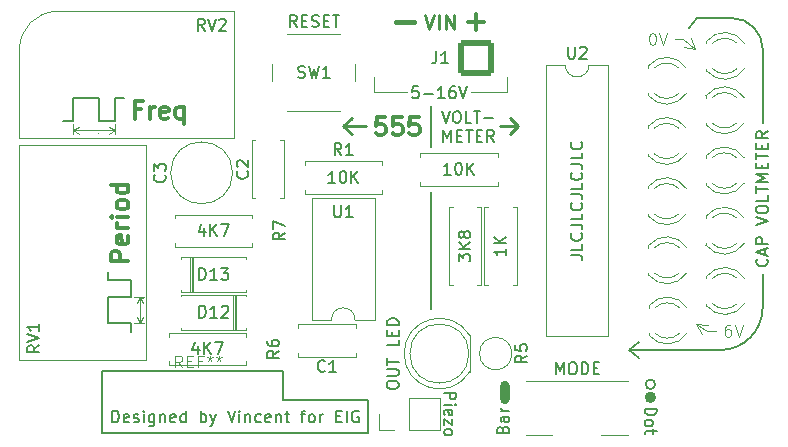
<source format=gto>
G04 #@! TF.GenerationSoftware,KiCad,Pcbnew,8.0.1*
G04 #@! TF.CreationDate,2024-04-15T15:14:11+08:00*
G04 #@! TF.ProjectId,555Sandbox,35353553-616e-4646-926f-782e6b696361,rev?*
G04 #@! TF.SameCoordinates,Original*
G04 #@! TF.FileFunction,Legend,Top*
G04 #@! TF.FilePolarity,Positive*
%FSLAX46Y46*%
G04 Gerber Fmt 4.6, Leading zero omitted, Abs format (unit mm)*
G04 Created by KiCad (PCBNEW 8.0.1) date 2024-04-15 15:14:11*
%MOMM*%
%LPD*%
G01*
G04 APERTURE LIST*
G04 Aperture macros list*
%AMRoundRect*
0 Rectangle with rounded corners*
0 $1 Rounding radius*
0 $2 $3 $4 $5 $6 $7 $8 $9 X,Y pos of 4 corners*
0 Add a 4 corners polygon primitive as box body*
4,1,4,$2,$3,$4,$5,$6,$7,$8,$9,$2,$3,0*
0 Add four circle primitives for the rounded corners*
1,1,$1+$1,$2,$3*
1,1,$1+$1,$4,$5*
1,1,$1+$1,$6,$7*
1,1,$1+$1,$8,$9*
0 Add four rect primitives between the rounded corners*
20,1,$1+$1,$2,$3,$4,$5,0*
20,1,$1+$1,$4,$5,$6,$7,0*
20,1,$1+$1,$6,$7,$8,$9,0*
20,1,$1+$1,$8,$9,$2,$3,0*%
G04 Aperture macros list end*
%ADD10C,0.200000*%
%ADD11C,0.250000*%
%ADD12C,0.100000*%
%ADD13C,0.150000*%
%ADD14C,0.000000*%
%ADD15C,0.475000*%
%ADD16C,0.300000*%
%ADD17C,0.360000*%
%ADD18C,0.400000*%
%ADD19C,0.006350*%
%ADD20C,0.240000*%
%ADD21C,0.120000*%
%ADD22R,1.600000X1.600000*%
%ADD23O,1.600000X1.600000*%
%ADD24R,1.800000X1.800000*%
%ADD25C,1.800000*%
%ADD26O,2.200000X3.500000*%
%ADD27R,1.500000X2.500000*%
%ADD28O,1.500000X2.500000*%
%ADD29R,1.700000X1.700000*%
%ADD30O,1.700000X1.700000*%
%ADD31C,1.600000*%
%ADD32R,2.200000X2.200000*%
%ADD33O,2.200000X2.200000*%
%ADD34C,2.000000*%
%ADD35RoundRect,0.249999X1.300001X1.300001X-1.300001X1.300001X-1.300001X-1.300001X1.300001X-1.300001X0*%
%ADD36C,3.100000*%
%ADD37C,4.700000*%
%ADD38R,3.000000X3.000000*%
%ADD39C,3.000000*%
G04 APERTURE END LIST*
D10*
X79200000Y-74100000D02*
X80000000Y-74100000D01*
D11*
X117725000Y-74550000D02*
X117000000Y-73850000D01*
D12*
X113750000Y-71650000D02*
X116750000Y-71650000D01*
X108250000Y-71650000D02*
X105500000Y-71650000D01*
D10*
X83000000Y-91200000D02*
X83000000Y-89000000D01*
D11*
X104850000Y-74550000D02*
X102875000Y-74550000D01*
D10*
X82200000Y-72200000D02*
X82200000Y-74100000D01*
X138400000Y-89900000D02*
X138400000Y-87100000D01*
X110350000Y-80100000D02*
X110350000Y-90000000D01*
D13*
X129300000Y-96400000D02*
G75*
G02*
X128500000Y-96400000I-400000J0D01*
G01*
X128500000Y-96400000D02*
G75*
G02*
X129300000Y-96400000I400000J0D01*
G01*
D10*
X84900000Y-91200000D02*
X83000000Y-91200000D01*
X83000000Y-89000000D02*
X84900000Y-89000000D01*
D12*
X116750000Y-71650000D02*
X116750000Y-70400000D01*
D10*
X135800000Y-65400000D02*
X132850000Y-65400000D01*
X138400000Y-89900000D02*
G75*
G02*
X134800000Y-93500000I-3600000J0D01*
G01*
X127100000Y-93500000D02*
X127900000Y-92800000D01*
D14*
G36*
X116584606Y-96100000D02*
G01*
X116584606Y-96100000D01*
G75*
G02*
X116984606Y-96500000I-6J-400000D01*
G01*
X116984606Y-97700000D01*
G75*
G02*
X116584606Y-98100000I-400006J0D01*
G01*
X116584606Y-98100000D01*
G75*
G02*
X116184606Y-97700000I-6J400000D01*
G01*
X116184606Y-96500000D01*
G75*
G02*
X116584606Y-96100000I399994J0D01*
G01*
X116584606Y-96100000D01*
G37*
D12*
X105500000Y-71650000D02*
X105500000Y-70400000D01*
D10*
X84900000Y-89000000D02*
X84900000Y-87600000D01*
D11*
X102875000Y-74550000D02*
X103600000Y-73850000D01*
X102875000Y-74550000D02*
X103600000Y-75250000D01*
D10*
X135800000Y-65400000D02*
G75*
G02*
X138400000Y-68000000I0J-2600000D01*
G01*
D11*
X116200000Y-74550000D02*
X117725000Y-74550000D01*
D10*
X83600000Y-72200000D02*
X84300000Y-72200000D01*
X127900000Y-94200000D02*
X127100000Y-93500000D01*
X80000000Y-72200000D02*
X82200000Y-72200000D01*
D15*
X129137500Y-97500000D02*
G75*
G02*
X128662500Y-97500000I-237500J0D01*
G01*
X128662500Y-97500000D02*
G75*
G02*
X129137500Y-97500000I237500J0D01*
G01*
D10*
X132850000Y-65400000D02*
X132150000Y-66200000D01*
X82200000Y-74100000D02*
X83600000Y-74100000D01*
X134800000Y-93500000D02*
X127100000Y-93500000D01*
X138400000Y-74300000D02*
X138399999Y-68000000D01*
X83600000Y-74100000D02*
X83600000Y-72200000D01*
X84900000Y-87600000D02*
X83000000Y-87600000D01*
X110350000Y-72800000D02*
X110350000Y-76300000D01*
X83000000Y-87600000D02*
X83000000Y-86900000D01*
X80000000Y-74100000D02*
X80000000Y-72200000D01*
X84900000Y-92000000D02*
X84900000Y-91200000D01*
X97750000Y-97750000D02*
X105000000Y-97750000D01*
X105000000Y-100500000D01*
X82500000Y-100500000D01*
X82500000Y-95250000D01*
X97750000Y-95250000D01*
X97750000Y-97750000D01*
D11*
X117725000Y-74550000D02*
X117000000Y-75250000D01*
D16*
X106425847Y-73805828D02*
X105711561Y-73805828D01*
X105711561Y-73805828D02*
X105640133Y-74520114D01*
X105640133Y-74520114D02*
X105711561Y-74448685D01*
X105711561Y-74448685D02*
X105854419Y-74377257D01*
X105854419Y-74377257D02*
X106211561Y-74377257D01*
X106211561Y-74377257D02*
X106354419Y-74448685D01*
X106354419Y-74448685D02*
X106425847Y-74520114D01*
X106425847Y-74520114D02*
X106497276Y-74662971D01*
X106497276Y-74662971D02*
X106497276Y-75020114D01*
X106497276Y-75020114D02*
X106425847Y-75162971D01*
X106425847Y-75162971D02*
X106354419Y-75234400D01*
X106354419Y-75234400D02*
X106211561Y-75305828D01*
X106211561Y-75305828D02*
X105854419Y-75305828D01*
X105854419Y-75305828D02*
X105711561Y-75234400D01*
X105711561Y-75234400D02*
X105640133Y-75162971D01*
X107854418Y-73805828D02*
X107140132Y-73805828D01*
X107140132Y-73805828D02*
X107068704Y-74520114D01*
X107068704Y-74520114D02*
X107140132Y-74448685D01*
X107140132Y-74448685D02*
X107282990Y-74377257D01*
X107282990Y-74377257D02*
X107640132Y-74377257D01*
X107640132Y-74377257D02*
X107782990Y-74448685D01*
X107782990Y-74448685D02*
X107854418Y-74520114D01*
X107854418Y-74520114D02*
X107925847Y-74662971D01*
X107925847Y-74662971D02*
X107925847Y-75020114D01*
X107925847Y-75020114D02*
X107854418Y-75162971D01*
X107854418Y-75162971D02*
X107782990Y-75234400D01*
X107782990Y-75234400D02*
X107640132Y-75305828D01*
X107640132Y-75305828D02*
X107282990Y-75305828D01*
X107282990Y-75305828D02*
X107140132Y-75234400D01*
X107140132Y-75234400D02*
X107068704Y-75162971D01*
X109282989Y-73805828D02*
X108568703Y-73805828D01*
X108568703Y-73805828D02*
X108497275Y-74520114D01*
X108497275Y-74520114D02*
X108568703Y-74448685D01*
X108568703Y-74448685D02*
X108711561Y-74377257D01*
X108711561Y-74377257D02*
X109068703Y-74377257D01*
X109068703Y-74377257D02*
X109211561Y-74448685D01*
X109211561Y-74448685D02*
X109282989Y-74520114D01*
X109282989Y-74520114D02*
X109354418Y-74662971D01*
X109354418Y-74662971D02*
X109354418Y-75020114D01*
X109354418Y-75020114D02*
X109282989Y-75162971D01*
X109282989Y-75162971D02*
X109211561Y-75234400D01*
X109211561Y-75234400D02*
X109068703Y-75305828D01*
X109068703Y-75305828D02*
X108711561Y-75305828D01*
X108711561Y-75305828D02*
X108568703Y-75234400D01*
X108568703Y-75234400D02*
X108497275Y-75162971D01*
X85754510Y-73115114D02*
X85254510Y-73115114D01*
X85254510Y-73900828D02*
X85254510Y-72400828D01*
X85254510Y-72400828D02*
X85968796Y-72400828D01*
X86540224Y-73900828D02*
X86540224Y-72900828D01*
X86540224Y-73186542D02*
X86611653Y-73043685D01*
X86611653Y-73043685D02*
X86683082Y-72972257D01*
X86683082Y-72972257D02*
X86825939Y-72900828D01*
X86825939Y-72900828D02*
X86968796Y-72900828D01*
X88040224Y-73829400D02*
X87897367Y-73900828D01*
X87897367Y-73900828D02*
X87611653Y-73900828D01*
X87611653Y-73900828D02*
X87468795Y-73829400D01*
X87468795Y-73829400D02*
X87397367Y-73686542D01*
X87397367Y-73686542D02*
X87397367Y-73115114D01*
X87397367Y-73115114D02*
X87468795Y-72972257D01*
X87468795Y-72972257D02*
X87611653Y-72900828D01*
X87611653Y-72900828D02*
X87897367Y-72900828D01*
X87897367Y-72900828D02*
X88040224Y-72972257D01*
X88040224Y-72972257D02*
X88111653Y-73115114D01*
X88111653Y-73115114D02*
X88111653Y-73257971D01*
X88111653Y-73257971D02*
X87397367Y-73400828D01*
X89397367Y-72900828D02*
X89397367Y-74400828D01*
X89397367Y-73829400D02*
X89254509Y-73900828D01*
X89254509Y-73900828D02*
X88968795Y-73900828D01*
X88968795Y-73900828D02*
X88825938Y-73829400D01*
X88825938Y-73829400D02*
X88754509Y-73757971D01*
X88754509Y-73757971D02*
X88683081Y-73615114D01*
X88683081Y-73615114D02*
X88683081Y-73186542D01*
X88683081Y-73186542D02*
X88754509Y-73043685D01*
X88754509Y-73043685D02*
X88825938Y-72972257D01*
X88825938Y-72972257D02*
X88968795Y-72900828D01*
X88968795Y-72900828D02*
X89254509Y-72900828D01*
X89254509Y-72900828D02*
X89397367Y-72972257D01*
D13*
X128430180Y-98463220D02*
X129430180Y-98463220D01*
X129430180Y-98463220D02*
X129430180Y-98701315D01*
X129430180Y-98701315D02*
X129382561Y-98844172D01*
X129382561Y-98844172D02*
X129287323Y-98939410D01*
X129287323Y-98939410D02*
X129192085Y-98987029D01*
X129192085Y-98987029D02*
X129001609Y-99034648D01*
X129001609Y-99034648D02*
X128858752Y-99034648D01*
X128858752Y-99034648D02*
X128668276Y-98987029D01*
X128668276Y-98987029D02*
X128573038Y-98939410D01*
X128573038Y-98939410D02*
X128477800Y-98844172D01*
X128477800Y-98844172D02*
X128430180Y-98701315D01*
X128430180Y-98701315D02*
X128430180Y-98463220D01*
X128430180Y-99606077D02*
X128477800Y-99510839D01*
X128477800Y-99510839D02*
X128525419Y-99463220D01*
X128525419Y-99463220D02*
X128620657Y-99415601D01*
X128620657Y-99415601D02*
X128906371Y-99415601D01*
X128906371Y-99415601D02*
X129001609Y-99463220D01*
X129001609Y-99463220D02*
X129049228Y-99510839D01*
X129049228Y-99510839D02*
X129096847Y-99606077D01*
X129096847Y-99606077D02*
X129096847Y-99748934D01*
X129096847Y-99748934D02*
X129049228Y-99844172D01*
X129049228Y-99844172D02*
X129001609Y-99891791D01*
X129001609Y-99891791D02*
X128906371Y-99939410D01*
X128906371Y-99939410D02*
X128620657Y-99939410D01*
X128620657Y-99939410D02*
X128525419Y-99891791D01*
X128525419Y-99891791D02*
X128477800Y-99844172D01*
X128477800Y-99844172D02*
X128430180Y-99748934D01*
X128430180Y-99748934D02*
X128430180Y-99606077D01*
X129096847Y-100225125D02*
X129096847Y-100606077D01*
X129430180Y-100367982D02*
X128573038Y-100367982D01*
X128573038Y-100367982D02*
X128477800Y-100415601D01*
X128477800Y-100415601D02*
X128430180Y-100510839D01*
X128430180Y-100510839D02*
X128430180Y-100606077D01*
D10*
X111226816Y-73257275D02*
X111560149Y-74257275D01*
X111560149Y-74257275D02*
X111893482Y-73257275D01*
X112417292Y-73257275D02*
X112607768Y-73257275D01*
X112607768Y-73257275D02*
X112703006Y-73304894D01*
X112703006Y-73304894D02*
X112798244Y-73400132D01*
X112798244Y-73400132D02*
X112845863Y-73590608D01*
X112845863Y-73590608D02*
X112845863Y-73923941D01*
X112845863Y-73923941D02*
X112798244Y-74114417D01*
X112798244Y-74114417D02*
X112703006Y-74209656D01*
X112703006Y-74209656D02*
X112607768Y-74257275D01*
X112607768Y-74257275D02*
X112417292Y-74257275D01*
X112417292Y-74257275D02*
X112322054Y-74209656D01*
X112322054Y-74209656D02*
X112226816Y-74114417D01*
X112226816Y-74114417D02*
X112179197Y-73923941D01*
X112179197Y-73923941D02*
X112179197Y-73590608D01*
X112179197Y-73590608D02*
X112226816Y-73400132D01*
X112226816Y-73400132D02*
X112322054Y-73304894D01*
X112322054Y-73304894D02*
X112417292Y-73257275D01*
X113750625Y-74257275D02*
X113274435Y-74257275D01*
X113274435Y-74257275D02*
X113274435Y-73257275D01*
X113941102Y-73257275D02*
X114512530Y-73257275D01*
X114226816Y-74257275D02*
X114226816Y-73257275D01*
X114845864Y-73876322D02*
X115607769Y-73876322D01*
X111369673Y-75867219D02*
X111369673Y-74867219D01*
X111369673Y-74867219D02*
X111703006Y-75581504D01*
X111703006Y-75581504D02*
X112036339Y-74867219D01*
X112036339Y-74867219D02*
X112036339Y-75867219D01*
X112512530Y-75343409D02*
X112845863Y-75343409D01*
X112988720Y-75867219D02*
X112512530Y-75867219D01*
X112512530Y-75867219D02*
X112512530Y-74867219D01*
X112512530Y-74867219D02*
X112988720Y-74867219D01*
X113274435Y-74867219D02*
X113845863Y-74867219D01*
X113560149Y-75867219D02*
X113560149Y-74867219D01*
X114179197Y-75343409D02*
X114512530Y-75343409D01*
X114655387Y-75867219D02*
X114179197Y-75867219D01*
X114179197Y-75867219D02*
X114179197Y-74867219D01*
X114179197Y-74867219D02*
X114655387Y-74867219D01*
X115655387Y-75867219D02*
X115322054Y-75391028D01*
X115083959Y-75867219D02*
X115083959Y-74867219D01*
X115083959Y-74867219D02*
X115464911Y-74867219D01*
X115464911Y-74867219D02*
X115560149Y-74914838D01*
X115560149Y-74914838D02*
X115607768Y-74962457D01*
X115607768Y-74962457D02*
X115655387Y-75057695D01*
X115655387Y-75057695D02*
X115655387Y-75200552D01*
X115655387Y-75200552D02*
X115607768Y-75295790D01*
X115607768Y-75295790D02*
X115560149Y-75343409D01*
X115560149Y-75343409D02*
X115464911Y-75391028D01*
X115464911Y-75391028D02*
X115083959Y-75391028D01*
D13*
X109238095Y-71169819D02*
X108761905Y-71169819D01*
X108761905Y-71169819D02*
X108714286Y-71646009D01*
X108714286Y-71646009D02*
X108761905Y-71598390D01*
X108761905Y-71598390D02*
X108857143Y-71550771D01*
X108857143Y-71550771D02*
X109095238Y-71550771D01*
X109095238Y-71550771D02*
X109190476Y-71598390D01*
X109190476Y-71598390D02*
X109238095Y-71646009D01*
X109238095Y-71646009D02*
X109285714Y-71741247D01*
X109285714Y-71741247D02*
X109285714Y-71979342D01*
X109285714Y-71979342D02*
X109238095Y-72074580D01*
X109238095Y-72074580D02*
X109190476Y-72122200D01*
X109190476Y-72122200D02*
X109095238Y-72169819D01*
X109095238Y-72169819D02*
X108857143Y-72169819D01*
X108857143Y-72169819D02*
X108761905Y-72122200D01*
X108761905Y-72122200D02*
X108714286Y-72074580D01*
X109714286Y-71788866D02*
X110476191Y-71788866D01*
X111476190Y-72169819D02*
X110904762Y-72169819D01*
X111190476Y-72169819D02*
X111190476Y-71169819D01*
X111190476Y-71169819D02*
X111095238Y-71312676D01*
X111095238Y-71312676D02*
X111000000Y-71407914D01*
X111000000Y-71407914D02*
X110904762Y-71455533D01*
X112333333Y-71169819D02*
X112142857Y-71169819D01*
X112142857Y-71169819D02*
X112047619Y-71217438D01*
X112047619Y-71217438D02*
X112000000Y-71265057D01*
X112000000Y-71265057D02*
X111904762Y-71407914D01*
X111904762Y-71407914D02*
X111857143Y-71598390D01*
X111857143Y-71598390D02*
X111857143Y-71979342D01*
X111857143Y-71979342D02*
X111904762Y-72074580D01*
X111904762Y-72074580D02*
X111952381Y-72122200D01*
X111952381Y-72122200D02*
X112047619Y-72169819D01*
X112047619Y-72169819D02*
X112238095Y-72169819D01*
X112238095Y-72169819D02*
X112333333Y-72122200D01*
X112333333Y-72122200D02*
X112380952Y-72074580D01*
X112380952Y-72074580D02*
X112428571Y-71979342D01*
X112428571Y-71979342D02*
X112428571Y-71741247D01*
X112428571Y-71741247D02*
X112380952Y-71646009D01*
X112380952Y-71646009D02*
X112333333Y-71598390D01*
X112333333Y-71598390D02*
X112238095Y-71550771D01*
X112238095Y-71550771D02*
X112047619Y-71550771D01*
X112047619Y-71550771D02*
X111952381Y-71598390D01*
X111952381Y-71598390D02*
X111904762Y-71646009D01*
X111904762Y-71646009D02*
X111857143Y-71741247D01*
X112714286Y-71169819D02*
X113047619Y-72169819D01*
X113047619Y-72169819D02*
X113380952Y-71169819D01*
X116393579Y-100229887D02*
X116441198Y-100087030D01*
X116441198Y-100087030D02*
X116488817Y-100039411D01*
X116488817Y-100039411D02*
X116584055Y-99991792D01*
X116584055Y-99991792D02*
X116726912Y-99991792D01*
X116726912Y-99991792D02*
X116822150Y-100039411D01*
X116822150Y-100039411D02*
X116869770Y-100087030D01*
X116869770Y-100087030D02*
X116917389Y-100182268D01*
X116917389Y-100182268D02*
X116917389Y-100563220D01*
X116917389Y-100563220D02*
X115917389Y-100563220D01*
X115917389Y-100563220D02*
X115917389Y-100229887D01*
X115917389Y-100229887D02*
X115965008Y-100134649D01*
X115965008Y-100134649D02*
X116012627Y-100087030D01*
X116012627Y-100087030D02*
X116107865Y-100039411D01*
X116107865Y-100039411D02*
X116203103Y-100039411D01*
X116203103Y-100039411D02*
X116298341Y-100087030D01*
X116298341Y-100087030D02*
X116345960Y-100134649D01*
X116345960Y-100134649D02*
X116393579Y-100229887D01*
X116393579Y-100229887D02*
X116393579Y-100563220D01*
X116917389Y-99134649D02*
X116393579Y-99134649D01*
X116393579Y-99134649D02*
X116298341Y-99182268D01*
X116298341Y-99182268D02*
X116250722Y-99277506D01*
X116250722Y-99277506D02*
X116250722Y-99467982D01*
X116250722Y-99467982D02*
X116298341Y-99563220D01*
X116869770Y-99134649D02*
X116917389Y-99229887D01*
X116917389Y-99229887D02*
X116917389Y-99467982D01*
X116917389Y-99467982D02*
X116869770Y-99563220D01*
X116869770Y-99563220D02*
X116774531Y-99610839D01*
X116774531Y-99610839D02*
X116679293Y-99610839D01*
X116679293Y-99610839D02*
X116584055Y-99563220D01*
X116584055Y-99563220D02*
X116536436Y-99467982D01*
X116536436Y-99467982D02*
X116536436Y-99229887D01*
X116536436Y-99229887D02*
X116488817Y-99134649D01*
X116917389Y-98658458D02*
X116250722Y-98658458D01*
X116441198Y-98658458D02*
X116345960Y-98610839D01*
X116345960Y-98610839D02*
X116298341Y-98563220D01*
X116298341Y-98563220D02*
X116250722Y-98467982D01*
X116250722Y-98467982D02*
X116250722Y-98372744D01*
D10*
X138756980Y-85795238D02*
X138804600Y-85842857D01*
X138804600Y-85842857D02*
X138852219Y-85985714D01*
X138852219Y-85985714D02*
X138852219Y-86080952D01*
X138852219Y-86080952D02*
X138804600Y-86223809D01*
X138804600Y-86223809D02*
X138709361Y-86319047D01*
X138709361Y-86319047D02*
X138614123Y-86366666D01*
X138614123Y-86366666D02*
X138423647Y-86414285D01*
X138423647Y-86414285D02*
X138280790Y-86414285D01*
X138280790Y-86414285D02*
X138090314Y-86366666D01*
X138090314Y-86366666D02*
X137995076Y-86319047D01*
X137995076Y-86319047D02*
X137899838Y-86223809D01*
X137899838Y-86223809D02*
X137852219Y-86080952D01*
X137852219Y-86080952D02*
X137852219Y-85985714D01*
X137852219Y-85985714D02*
X137899838Y-85842857D01*
X137899838Y-85842857D02*
X137947457Y-85795238D01*
X138566504Y-85414285D02*
X138566504Y-84938095D01*
X138852219Y-85509523D02*
X137852219Y-85176190D01*
X137852219Y-85176190D02*
X138852219Y-84842857D01*
X138852219Y-84509523D02*
X137852219Y-84509523D01*
X137852219Y-84509523D02*
X137852219Y-84128571D01*
X137852219Y-84128571D02*
X137899838Y-84033333D01*
X137899838Y-84033333D02*
X137947457Y-83985714D01*
X137947457Y-83985714D02*
X138042695Y-83938095D01*
X138042695Y-83938095D02*
X138185552Y-83938095D01*
X138185552Y-83938095D02*
X138280790Y-83985714D01*
X138280790Y-83985714D02*
X138328409Y-84033333D01*
X138328409Y-84033333D02*
X138376028Y-84128571D01*
X138376028Y-84128571D02*
X138376028Y-84509523D01*
X137852219Y-82890475D02*
X138852219Y-82557142D01*
X138852219Y-82557142D02*
X137852219Y-82223809D01*
X137852219Y-81699999D02*
X137852219Y-81509523D01*
X137852219Y-81509523D02*
X137899838Y-81414285D01*
X137899838Y-81414285D02*
X137995076Y-81319047D01*
X137995076Y-81319047D02*
X138185552Y-81271428D01*
X138185552Y-81271428D02*
X138518885Y-81271428D01*
X138518885Y-81271428D02*
X138709361Y-81319047D01*
X138709361Y-81319047D02*
X138804600Y-81414285D01*
X138804600Y-81414285D02*
X138852219Y-81509523D01*
X138852219Y-81509523D02*
X138852219Y-81699999D01*
X138852219Y-81699999D02*
X138804600Y-81795237D01*
X138804600Y-81795237D02*
X138709361Y-81890475D01*
X138709361Y-81890475D02*
X138518885Y-81938094D01*
X138518885Y-81938094D02*
X138185552Y-81938094D01*
X138185552Y-81938094D02*
X137995076Y-81890475D01*
X137995076Y-81890475D02*
X137899838Y-81795237D01*
X137899838Y-81795237D02*
X137852219Y-81699999D01*
X138852219Y-80366666D02*
X138852219Y-80842856D01*
X138852219Y-80842856D02*
X137852219Y-80842856D01*
X137852219Y-80176189D02*
X137852219Y-79604761D01*
X138852219Y-79890475D02*
X137852219Y-79890475D01*
X138852219Y-79271427D02*
X137852219Y-79271427D01*
X137852219Y-79271427D02*
X138566504Y-78938094D01*
X138566504Y-78938094D02*
X137852219Y-78604761D01*
X137852219Y-78604761D02*
X138852219Y-78604761D01*
X138328409Y-78128570D02*
X138328409Y-77795237D01*
X138852219Y-77652380D02*
X138852219Y-78128570D01*
X138852219Y-78128570D02*
X137852219Y-78128570D01*
X137852219Y-78128570D02*
X137852219Y-77652380D01*
X137852219Y-77366665D02*
X137852219Y-76795237D01*
X138852219Y-77080951D02*
X137852219Y-77080951D01*
X138328409Y-76461903D02*
X138328409Y-76128570D01*
X138852219Y-75985713D02*
X138852219Y-76461903D01*
X138852219Y-76461903D02*
X137852219Y-76461903D01*
X137852219Y-76461903D02*
X137852219Y-75985713D01*
X138852219Y-74985713D02*
X138376028Y-75319046D01*
X138852219Y-75557141D02*
X137852219Y-75557141D01*
X137852219Y-75557141D02*
X137852219Y-75176189D01*
X137852219Y-75176189D02*
X137899838Y-75080951D01*
X137899838Y-75080951D02*
X137947457Y-75033332D01*
X137947457Y-75033332D02*
X138042695Y-74985713D01*
X138042695Y-74985713D02*
X138185552Y-74985713D01*
X138185552Y-74985713D02*
X138280790Y-75033332D01*
X138280790Y-75033332D02*
X138328409Y-75080951D01*
X138328409Y-75080951D02*
X138376028Y-75176189D01*
X138376028Y-75176189D02*
X138376028Y-75557141D01*
D17*
X113414286Y-65728280D02*
X114785715Y-65728280D01*
X114100000Y-66413994D02*
X114100000Y-65042565D01*
D13*
X83336779Y-99619819D02*
X83336779Y-98619819D01*
X83336779Y-98619819D02*
X83574874Y-98619819D01*
X83574874Y-98619819D02*
X83717731Y-98667438D01*
X83717731Y-98667438D02*
X83812969Y-98762676D01*
X83812969Y-98762676D02*
X83860588Y-98857914D01*
X83860588Y-98857914D02*
X83908207Y-99048390D01*
X83908207Y-99048390D02*
X83908207Y-99191247D01*
X83908207Y-99191247D02*
X83860588Y-99381723D01*
X83860588Y-99381723D02*
X83812969Y-99476961D01*
X83812969Y-99476961D02*
X83717731Y-99572200D01*
X83717731Y-99572200D02*
X83574874Y-99619819D01*
X83574874Y-99619819D02*
X83336779Y-99619819D01*
X84717731Y-99572200D02*
X84622493Y-99619819D01*
X84622493Y-99619819D02*
X84432017Y-99619819D01*
X84432017Y-99619819D02*
X84336779Y-99572200D01*
X84336779Y-99572200D02*
X84289160Y-99476961D01*
X84289160Y-99476961D02*
X84289160Y-99096009D01*
X84289160Y-99096009D02*
X84336779Y-99000771D01*
X84336779Y-99000771D02*
X84432017Y-98953152D01*
X84432017Y-98953152D02*
X84622493Y-98953152D01*
X84622493Y-98953152D02*
X84717731Y-99000771D01*
X84717731Y-99000771D02*
X84765350Y-99096009D01*
X84765350Y-99096009D02*
X84765350Y-99191247D01*
X84765350Y-99191247D02*
X84289160Y-99286485D01*
X85146303Y-99572200D02*
X85241541Y-99619819D01*
X85241541Y-99619819D02*
X85432017Y-99619819D01*
X85432017Y-99619819D02*
X85527255Y-99572200D01*
X85527255Y-99572200D02*
X85574874Y-99476961D01*
X85574874Y-99476961D02*
X85574874Y-99429342D01*
X85574874Y-99429342D02*
X85527255Y-99334104D01*
X85527255Y-99334104D02*
X85432017Y-99286485D01*
X85432017Y-99286485D02*
X85289160Y-99286485D01*
X85289160Y-99286485D02*
X85193922Y-99238866D01*
X85193922Y-99238866D02*
X85146303Y-99143628D01*
X85146303Y-99143628D02*
X85146303Y-99096009D01*
X85146303Y-99096009D02*
X85193922Y-99000771D01*
X85193922Y-99000771D02*
X85289160Y-98953152D01*
X85289160Y-98953152D02*
X85432017Y-98953152D01*
X85432017Y-98953152D02*
X85527255Y-99000771D01*
X86003446Y-99619819D02*
X86003446Y-98953152D01*
X86003446Y-98619819D02*
X85955827Y-98667438D01*
X85955827Y-98667438D02*
X86003446Y-98715057D01*
X86003446Y-98715057D02*
X86051065Y-98667438D01*
X86051065Y-98667438D02*
X86003446Y-98619819D01*
X86003446Y-98619819D02*
X86003446Y-98715057D01*
X86908207Y-98953152D02*
X86908207Y-99762676D01*
X86908207Y-99762676D02*
X86860588Y-99857914D01*
X86860588Y-99857914D02*
X86812969Y-99905533D01*
X86812969Y-99905533D02*
X86717731Y-99953152D01*
X86717731Y-99953152D02*
X86574874Y-99953152D01*
X86574874Y-99953152D02*
X86479636Y-99905533D01*
X86908207Y-99572200D02*
X86812969Y-99619819D01*
X86812969Y-99619819D02*
X86622493Y-99619819D01*
X86622493Y-99619819D02*
X86527255Y-99572200D01*
X86527255Y-99572200D02*
X86479636Y-99524580D01*
X86479636Y-99524580D02*
X86432017Y-99429342D01*
X86432017Y-99429342D02*
X86432017Y-99143628D01*
X86432017Y-99143628D02*
X86479636Y-99048390D01*
X86479636Y-99048390D02*
X86527255Y-99000771D01*
X86527255Y-99000771D02*
X86622493Y-98953152D01*
X86622493Y-98953152D02*
X86812969Y-98953152D01*
X86812969Y-98953152D02*
X86908207Y-99000771D01*
X87384398Y-98953152D02*
X87384398Y-99619819D01*
X87384398Y-99048390D02*
X87432017Y-99000771D01*
X87432017Y-99000771D02*
X87527255Y-98953152D01*
X87527255Y-98953152D02*
X87670112Y-98953152D01*
X87670112Y-98953152D02*
X87765350Y-99000771D01*
X87765350Y-99000771D02*
X87812969Y-99096009D01*
X87812969Y-99096009D02*
X87812969Y-99619819D01*
X88670112Y-99572200D02*
X88574874Y-99619819D01*
X88574874Y-99619819D02*
X88384398Y-99619819D01*
X88384398Y-99619819D02*
X88289160Y-99572200D01*
X88289160Y-99572200D02*
X88241541Y-99476961D01*
X88241541Y-99476961D02*
X88241541Y-99096009D01*
X88241541Y-99096009D02*
X88289160Y-99000771D01*
X88289160Y-99000771D02*
X88384398Y-98953152D01*
X88384398Y-98953152D02*
X88574874Y-98953152D01*
X88574874Y-98953152D02*
X88670112Y-99000771D01*
X88670112Y-99000771D02*
X88717731Y-99096009D01*
X88717731Y-99096009D02*
X88717731Y-99191247D01*
X88717731Y-99191247D02*
X88241541Y-99286485D01*
X89574874Y-99619819D02*
X89574874Y-98619819D01*
X89574874Y-99572200D02*
X89479636Y-99619819D01*
X89479636Y-99619819D02*
X89289160Y-99619819D01*
X89289160Y-99619819D02*
X89193922Y-99572200D01*
X89193922Y-99572200D02*
X89146303Y-99524580D01*
X89146303Y-99524580D02*
X89098684Y-99429342D01*
X89098684Y-99429342D02*
X89098684Y-99143628D01*
X89098684Y-99143628D02*
X89146303Y-99048390D01*
X89146303Y-99048390D02*
X89193922Y-99000771D01*
X89193922Y-99000771D02*
X89289160Y-98953152D01*
X89289160Y-98953152D02*
X89479636Y-98953152D01*
X89479636Y-98953152D02*
X89574874Y-99000771D01*
X90812970Y-99619819D02*
X90812970Y-98619819D01*
X90812970Y-99000771D02*
X90908208Y-98953152D01*
X90908208Y-98953152D02*
X91098684Y-98953152D01*
X91098684Y-98953152D02*
X91193922Y-99000771D01*
X91193922Y-99000771D02*
X91241541Y-99048390D01*
X91241541Y-99048390D02*
X91289160Y-99143628D01*
X91289160Y-99143628D02*
X91289160Y-99429342D01*
X91289160Y-99429342D02*
X91241541Y-99524580D01*
X91241541Y-99524580D02*
X91193922Y-99572200D01*
X91193922Y-99572200D02*
X91098684Y-99619819D01*
X91098684Y-99619819D02*
X90908208Y-99619819D01*
X90908208Y-99619819D02*
X90812970Y-99572200D01*
X91622494Y-98953152D02*
X91860589Y-99619819D01*
X92098684Y-98953152D02*
X91860589Y-99619819D01*
X91860589Y-99619819D02*
X91765351Y-99857914D01*
X91765351Y-99857914D02*
X91717732Y-99905533D01*
X91717732Y-99905533D02*
X91622494Y-99953152D01*
X93098685Y-98619819D02*
X93432018Y-99619819D01*
X93432018Y-99619819D02*
X93765351Y-98619819D01*
X94098685Y-99619819D02*
X94098685Y-98953152D01*
X94098685Y-98619819D02*
X94051066Y-98667438D01*
X94051066Y-98667438D02*
X94098685Y-98715057D01*
X94098685Y-98715057D02*
X94146304Y-98667438D01*
X94146304Y-98667438D02*
X94098685Y-98619819D01*
X94098685Y-98619819D02*
X94098685Y-98715057D01*
X94574875Y-98953152D02*
X94574875Y-99619819D01*
X94574875Y-99048390D02*
X94622494Y-99000771D01*
X94622494Y-99000771D02*
X94717732Y-98953152D01*
X94717732Y-98953152D02*
X94860589Y-98953152D01*
X94860589Y-98953152D02*
X94955827Y-99000771D01*
X94955827Y-99000771D02*
X95003446Y-99096009D01*
X95003446Y-99096009D02*
X95003446Y-99619819D01*
X95908208Y-99572200D02*
X95812970Y-99619819D01*
X95812970Y-99619819D02*
X95622494Y-99619819D01*
X95622494Y-99619819D02*
X95527256Y-99572200D01*
X95527256Y-99572200D02*
X95479637Y-99524580D01*
X95479637Y-99524580D02*
X95432018Y-99429342D01*
X95432018Y-99429342D02*
X95432018Y-99143628D01*
X95432018Y-99143628D02*
X95479637Y-99048390D01*
X95479637Y-99048390D02*
X95527256Y-99000771D01*
X95527256Y-99000771D02*
X95622494Y-98953152D01*
X95622494Y-98953152D02*
X95812970Y-98953152D01*
X95812970Y-98953152D02*
X95908208Y-99000771D01*
X96717732Y-99572200D02*
X96622494Y-99619819D01*
X96622494Y-99619819D02*
X96432018Y-99619819D01*
X96432018Y-99619819D02*
X96336780Y-99572200D01*
X96336780Y-99572200D02*
X96289161Y-99476961D01*
X96289161Y-99476961D02*
X96289161Y-99096009D01*
X96289161Y-99096009D02*
X96336780Y-99000771D01*
X96336780Y-99000771D02*
X96432018Y-98953152D01*
X96432018Y-98953152D02*
X96622494Y-98953152D01*
X96622494Y-98953152D02*
X96717732Y-99000771D01*
X96717732Y-99000771D02*
X96765351Y-99096009D01*
X96765351Y-99096009D02*
X96765351Y-99191247D01*
X96765351Y-99191247D02*
X96289161Y-99286485D01*
X97193923Y-98953152D02*
X97193923Y-99619819D01*
X97193923Y-99048390D02*
X97241542Y-99000771D01*
X97241542Y-99000771D02*
X97336780Y-98953152D01*
X97336780Y-98953152D02*
X97479637Y-98953152D01*
X97479637Y-98953152D02*
X97574875Y-99000771D01*
X97574875Y-99000771D02*
X97622494Y-99096009D01*
X97622494Y-99096009D02*
X97622494Y-99619819D01*
X97955828Y-98953152D02*
X98336780Y-98953152D01*
X98098685Y-98619819D02*
X98098685Y-99476961D01*
X98098685Y-99476961D02*
X98146304Y-99572200D01*
X98146304Y-99572200D02*
X98241542Y-99619819D01*
X98241542Y-99619819D02*
X98336780Y-99619819D01*
X99289162Y-98953152D02*
X99670114Y-98953152D01*
X99432019Y-99619819D02*
X99432019Y-98762676D01*
X99432019Y-98762676D02*
X99479638Y-98667438D01*
X99479638Y-98667438D02*
X99574876Y-98619819D01*
X99574876Y-98619819D02*
X99670114Y-98619819D01*
X100146305Y-99619819D02*
X100051067Y-99572200D01*
X100051067Y-99572200D02*
X100003448Y-99524580D01*
X100003448Y-99524580D02*
X99955829Y-99429342D01*
X99955829Y-99429342D02*
X99955829Y-99143628D01*
X99955829Y-99143628D02*
X100003448Y-99048390D01*
X100003448Y-99048390D02*
X100051067Y-99000771D01*
X100051067Y-99000771D02*
X100146305Y-98953152D01*
X100146305Y-98953152D02*
X100289162Y-98953152D01*
X100289162Y-98953152D02*
X100384400Y-99000771D01*
X100384400Y-99000771D02*
X100432019Y-99048390D01*
X100432019Y-99048390D02*
X100479638Y-99143628D01*
X100479638Y-99143628D02*
X100479638Y-99429342D01*
X100479638Y-99429342D02*
X100432019Y-99524580D01*
X100432019Y-99524580D02*
X100384400Y-99572200D01*
X100384400Y-99572200D02*
X100289162Y-99619819D01*
X100289162Y-99619819D02*
X100146305Y-99619819D01*
X100908210Y-99619819D02*
X100908210Y-98953152D01*
X100908210Y-99143628D02*
X100955829Y-99048390D01*
X100955829Y-99048390D02*
X101003448Y-99000771D01*
X101003448Y-99000771D02*
X101098686Y-98953152D01*
X101098686Y-98953152D02*
X101193924Y-98953152D01*
X102289163Y-99096009D02*
X102622496Y-99096009D01*
X102765353Y-99619819D02*
X102289163Y-99619819D01*
X102289163Y-99619819D02*
X102289163Y-98619819D01*
X102289163Y-98619819D02*
X102765353Y-98619819D01*
X103193925Y-99619819D02*
X103193925Y-98619819D01*
X104193924Y-98667438D02*
X104098686Y-98619819D01*
X104098686Y-98619819D02*
X103955829Y-98619819D01*
X103955829Y-98619819D02*
X103812972Y-98667438D01*
X103812972Y-98667438D02*
X103717734Y-98762676D01*
X103717734Y-98762676D02*
X103670115Y-98857914D01*
X103670115Y-98857914D02*
X103622496Y-99048390D01*
X103622496Y-99048390D02*
X103622496Y-99191247D01*
X103622496Y-99191247D02*
X103670115Y-99381723D01*
X103670115Y-99381723D02*
X103717734Y-99476961D01*
X103717734Y-99476961D02*
X103812972Y-99572200D01*
X103812972Y-99572200D02*
X103955829Y-99619819D01*
X103955829Y-99619819D02*
X104051067Y-99619819D01*
X104051067Y-99619819D02*
X104193924Y-99572200D01*
X104193924Y-99572200D02*
X104241543Y-99524580D01*
X104241543Y-99524580D02*
X104241543Y-99191247D01*
X104241543Y-99191247D02*
X104051067Y-99191247D01*
X122134819Y-85469048D02*
X122849104Y-85469048D01*
X122849104Y-85469048D02*
X122991961Y-85516667D01*
X122991961Y-85516667D02*
X123087200Y-85611905D01*
X123087200Y-85611905D02*
X123134819Y-85754762D01*
X123134819Y-85754762D02*
X123134819Y-85850000D01*
X123134819Y-84516667D02*
X123134819Y-84992857D01*
X123134819Y-84992857D02*
X122134819Y-84992857D01*
X123039580Y-83611905D02*
X123087200Y-83659524D01*
X123087200Y-83659524D02*
X123134819Y-83802381D01*
X123134819Y-83802381D02*
X123134819Y-83897619D01*
X123134819Y-83897619D02*
X123087200Y-84040476D01*
X123087200Y-84040476D02*
X122991961Y-84135714D01*
X122991961Y-84135714D02*
X122896723Y-84183333D01*
X122896723Y-84183333D02*
X122706247Y-84230952D01*
X122706247Y-84230952D02*
X122563390Y-84230952D01*
X122563390Y-84230952D02*
X122372914Y-84183333D01*
X122372914Y-84183333D02*
X122277676Y-84135714D01*
X122277676Y-84135714D02*
X122182438Y-84040476D01*
X122182438Y-84040476D02*
X122134819Y-83897619D01*
X122134819Y-83897619D02*
X122134819Y-83802381D01*
X122134819Y-83802381D02*
X122182438Y-83659524D01*
X122182438Y-83659524D02*
X122230057Y-83611905D01*
X122134819Y-82897619D02*
X122849104Y-82897619D01*
X122849104Y-82897619D02*
X122991961Y-82945238D01*
X122991961Y-82945238D02*
X123087200Y-83040476D01*
X123087200Y-83040476D02*
X123134819Y-83183333D01*
X123134819Y-83183333D02*
X123134819Y-83278571D01*
X123134819Y-81945238D02*
X123134819Y-82421428D01*
X123134819Y-82421428D02*
X122134819Y-82421428D01*
X123039580Y-81040476D02*
X123087200Y-81088095D01*
X123087200Y-81088095D02*
X123134819Y-81230952D01*
X123134819Y-81230952D02*
X123134819Y-81326190D01*
X123134819Y-81326190D02*
X123087200Y-81469047D01*
X123087200Y-81469047D02*
X122991961Y-81564285D01*
X122991961Y-81564285D02*
X122896723Y-81611904D01*
X122896723Y-81611904D02*
X122706247Y-81659523D01*
X122706247Y-81659523D02*
X122563390Y-81659523D01*
X122563390Y-81659523D02*
X122372914Y-81611904D01*
X122372914Y-81611904D02*
X122277676Y-81564285D01*
X122277676Y-81564285D02*
X122182438Y-81469047D01*
X122182438Y-81469047D02*
X122134819Y-81326190D01*
X122134819Y-81326190D02*
X122134819Y-81230952D01*
X122134819Y-81230952D02*
X122182438Y-81088095D01*
X122182438Y-81088095D02*
X122230057Y-81040476D01*
X122134819Y-80326190D02*
X122849104Y-80326190D01*
X122849104Y-80326190D02*
X122991961Y-80373809D01*
X122991961Y-80373809D02*
X123087200Y-80469047D01*
X123087200Y-80469047D02*
X123134819Y-80611904D01*
X123134819Y-80611904D02*
X123134819Y-80707142D01*
X123134819Y-79373809D02*
X123134819Y-79849999D01*
X123134819Y-79849999D02*
X122134819Y-79849999D01*
X123039580Y-78469047D02*
X123087200Y-78516666D01*
X123087200Y-78516666D02*
X123134819Y-78659523D01*
X123134819Y-78659523D02*
X123134819Y-78754761D01*
X123134819Y-78754761D02*
X123087200Y-78897618D01*
X123087200Y-78897618D02*
X122991961Y-78992856D01*
X122991961Y-78992856D02*
X122896723Y-79040475D01*
X122896723Y-79040475D02*
X122706247Y-79088094D01*
X122706247Y-79088094D02*
X122563390Y-79088094D01*
X122563390Y-79088094D02*
X122372914Y-79040475D01*
X122372914Y-79040475D02*
X122277676Y-78992856D01*
X122277676Y-78992856D02*
X122182438Y-78897618D01*
X122182438Y-78897618D02*
X122134819Y-78754761D01*
X122134819Y-78754761D02*
X122134819Y-78659523D01*
X122134819Y-78659523D02*
X122182438Y-78516666D01*
X122182438Y-78516666D02*
X122230057Y-78469047D01*
X122134819Y-77754761D02*
X122849104Y-77754761D01*
X122849104Y-77754761D02*
X122991961Y-77802380D01*
X122991961Y-77802380D02*
X123087200Y-77897618D01*
X123087200Y-77897618D02*
X123134819Y-78040475D01*
X123134819Y-78040475D02*
X123134819Y-78135713D01*
X123134819Y-76802380D02*
X123134819Y-77278570D01*
X123134819Y-77278570D02*
X122134819Y-77278570D01*
X123039580Y-75897618D02*
X123087200Y-75945237D01*
X123087200Y-75945237D02*
X123134819Y-76088094D01*
X123134819Y-76088094D02*
X123134819Y-76183332D01*
X123134819Y-76183332D02*
X123087200Y-76326189D01*
X123087200Y-76326189D02*
X122991961Y-76421427D01*
X122991961Y-76421427D02*
X122896723Y-76469046D01*
X122896723Y-76469046D02*
X122706247Y-76516665D01*
X122706247Y-76516665D02*
X122563390Y-76516665D01*
X122563390Y-76516665D02*
X122372914Y-76469046D01*
X122372914Y-76469046D02*
X122277676Y-76421427D01*
X122277676Y-76421427D02*
X122182438Y-76326189D01*
X122182438Y-76326189D02*
X122134819Y-76183332D01*
X122134819Y-76183332D02*
X122134819Y-76088094D01*
X122134819Y-76088094D02*
X122182438Y-75945237D01*
X122182438Y-75945237D02*
X122230057Y-75897618D01*
D18*
X107338095Y-65742533D02*
X108861905Y-65742533D01*
D16*
X84700828Y-85945489D02*
X83200828Y-85945489D01*
X83200828Y-85945489D02*
X83200828Y-85374060D01*
X83200828Y-85374060D02*
X83272257Y-85231203D01*
X83272257Y-85231203D02*
X83343685Y-85159774D01*
X83343685Y-85159774D02*
X83486542Y-85088346D01*
X83486542Y-85088346D02*
X83700828Y-85088346D01*
X83700828Y-85088346D02*
X83843685Y-85159774D01*
X83843685Y-85159774D02*
X83915114Y-85231203D01*
X83915114Y-85231203D02*
X83986542Y-85374060D01*
X83986542Y-85374060D02*
X83986542Y-85945489D01*
X84629400Y-83874060D02*
X84700828Y-84016917D01*
X84700828Y-84016917D02*
X84700828Y-84302632D01*
X84700828Y-84302632D02*
X84629400Y-84445489D01*
X84629400Y-84445489D02*
X84486542Y-84516917D01*
X84486542Y-84516917D02*
X83915114Y-84516917D01*
X83915114Y-84516917D02*
X83772257Y-84445489D01*
X83772257Y-84445489D02*
X83700828Y-84302632D01*
X83700828Y-84302632D02*
X83700828Y-84016917D01*
X83700828Y-84016917D02*
X83772257Y-83874060D01*
X83772257Y-83874060D02*
X83915114Y-83802632D01*
X83915114Y-83802632D02*
X84057971Y-83802632D01*
X84057971Y-83802632D02*
X84200828Y-84516917D01*
X84700828Y-83159775D02*
X83700828Y-83159775D01*
X83986542Y-83159775D02*
X83843685Y-83088346D01*
X83843685Y-83088346D02*
X83772257Y-83016918D01*
X83772257Y-83016918D02*
X83700828Y-82874060D01*
X83700828Y-82874060D02*
X83700828Y-82731203D01*
X84700828Y-82231204D02*
X83700828Y-82231204D01*
X83200828Y-82231204D02*
X83272257Y-82302632D01*
X83272257Y-82302632D02*
X83343685Y-82231204D01*
X83343685Y-82231204D02*
X83272257Y-82159775D01*
X83272257Y-82159775D02*
X83200828Y-82231204D01*
X83200828Y-82231204D02*
X83343685Y-82231204D01*
X84700828Y-81302632D02*
X84629400Y-81445489D01*
X84629400Y-81445489D02*
X84557971Y-81516918D01*
X84557971Y-81516918D02*
X84415114Y-81588346D01*
X84415114Y-81588346D02*
X83986542Y-81588346D01*
X83986542Y-81588346D02*
X83843685Y-81516918D01*
X83843685Y-81516918D02*
X83772257Y-81445489D01*
X83772257Y-81445489D02*
X83700828Y-81302632D01*
X83700828Y-81302632D02*
X83700828Y-81088346D01*
X83700828Y-81088346D02*
X83772257Y-80945489D01*
X83772257Y-80945489D02*
X83843685Y-80874061D01*
X83843685Y-80874061D02*
X83986542Y-80802632D01*
X83986542Y-80802632D02*
X84415114Y-80802632D01*
X84415114Y-80802632D02*
X84557971Y-80874061D01*
X84557971Y-80874061D02*
X84629400Y-80945489D01*
X84629400Y-80945489D02*
X84700828Y-81088346D01*
X84700828Y-81088346D02*
X84700828Y-81302632D01*
X84700828Y-79516918D02*
X83200828Y-79516918D01*
X84629400Y-79516918D02*
X84700828Y-79659775D01*
X84700828Y-79659775D02*
X84700828Y-79945489D01*
X84700828Y-79945489D02*
X84629400Y-80088346D01*
X84629400Y-80088346D02*
X84557971Y-80159775D01*
X84557971Y-80159775D02*
X84415114Y-80231203D01*
X84415114Y-80231203D02*
X83986542Y-80231203D01*
X83986542Y-80231203D02*
X83843685Y-80159775D01*
X83843685Y-80159775D02*
X83772257Y-80088346D01*
X83772257Y-80088346D02*
X83700828Y-79945489D01*
X83700828Y-79945489D02*
X83700828Y-79659775D01*
X83700828Y-79659775D02*
X83772257Y-79516918D01*
D19*
X82098185Y-75111419D02*
X82098185Y-75094486D01*
X82098185Y-75086019D02*
X82096976Y-75087229D01*
X82096976Y-75087229D02*
X82098185Y-75088438D01*
X82098185Y-75088438D02*
X82099395Y-75087229D01*
X82099395Y-75087229D02*
X82098185Y-75086019D01*
X82098185Y-75086019D02*
X82098185Y-75088438D01*
X82110280Y-75094486D02*
X82110280Y-75111419D01*
X82110280Y-75096905D02*
X82111490Y-75095695D01*
X82111490Y-75095695D02*
X82113909Y-75094486D01*
X82113909Y-75094486D02*
X82117537Y-75094486D01*
X82117537Y-75094486D02*
X82119956Y-75095695D01*
X82119956Y-75095695D02*
X82121166Y-75098114D01*
X82121166Y-75098114D02*
X82121166Y-75111419D01*
D12*
X80000000Y-74350000D02*
X80000000Y-75250000D01*
X83600000Y-74350000D02*
X83600000Y-75250000D01*
X80000000Y-74900000D02*
X83600000Y-74900000D01*
X80000000Y-74900000D02*
X83600000Y-74900000D01*
X80000000Y-74900000D02*
X80532206Y-74622951D01*
X80000000Y-74900000D02*
X80532206Y-75177049D01*
X83600000Y-74900000D02*
X83067794Y-75177049D01*
X83600000Y-74900000D02*
X83067794Y-74622951D01*
D19*
X85911419Y-89101814D02*
X85894486Y-89101814D01*
X85886019Y-89101814D02*
X85887229Y-89103023D01*
X85887229Y-89103023D02*
X85888438Y-89101814D01*
X85888438Y-89101814D02*
X85887229Y-89100604D01*
X85887229Y-89100604D02*
X85886019Y-89101814D01*
X85886019Y-89101814D02*
X85888438Y-89101814D01*
X85894486Y-89089719D02*
X85911419Y-89089719D01*
X85896905Y-89089719D02*
X85895695Y-89088509D01*
X85895695Y-89088509D02*
X85894486Y-89086090D01*
X85894486Y-89086090D02*
X85894486Y-89082462D01*
X85894486Y-89082462D02*
X85895695Y-89080043D01*
X85895695Y-89080043D02*
X85898114Y-89078833D01*
X85898114Y-89078833D02*
X85911419Y-89078833D01*
D12*
X85150000Y-91200000D02*
X86050000Y-91200000D01*
X85150000Y-89000000D02*
X86050000Y-89000000D01*
X85700000Y-91200000D02*
X85700000Y-89000000D01*
X85700000Y-91200000D02*
X85700000Y-89000000D01*
X85700000Y-91200000D02*
X85422951Y-90667794D01*
X85700000Y-91200000D02*
X85977049Y-90667794D01*
X85700000Y-89000000D02*
X85977049Y-89532206D01*
X85700000Y-89000000D02*
X85422951Y-89532206D01*
X135661904Y-91357419D02*
X135471428Y-91357419D01*
X135471428Y-91357419D02*
X135376190Y-91405038D01*
X135376190Y-91405038D02*
X135328571Y-91452657D01*
X135328571Y-91452657D02*
X135233333Y-91595514D01*
X135233333Y-91595514D02*
X135185714Y-91785990D01*
X135185714Y-91785990D02*
X135185714Y-92166942D01*
X135185714Y-92166942D02*
X135233333Y-92262180D01*
X135233333Y-92262180D02*
X135280952Y-92309800D01*
X135280952Y-92309800D02*
X135376190Y-92357419D01*
X135376190Y-92357419D02*
X135566666Y-92357419D01*
X135566666Y-92357419D02*
X135661904Y-92309800D01*
X135661904Y-92309800D02*
X135709523Y-92262180D01*
X135709523Y-92262180D02*
X135757142Y-92166942D01*
X135757142Y-92166942D02*
X135757142Y-91928847D01*
X135757142Y-91928847D02*
X135709523Y-91833609D01*
X135709523Y-91833609D02*
X135661904Y-91785990D01*
X135661904Y-91785990D02*
X135566666Y-91738371D01*
X135566666Y-91738371D02*
X135376190Y-91738371D01*
X135376190Y-91738371D02*
X135280952Y-91785990D01*
X135280952Y-91785990D02*
X135233333Y-91833609D01*
X135233333Y-91833609D02*
X135185714Y-91928847D01*
X136042857Y-91357419D02*
X136376190Y-92357419D01*
X136376190Y-92357419D02*
X136709523Y-91357419D01*
X132760000Y-91300000D02*
X133664911Y-91900000D01*
X132760000Y-91300000D02*
X133754437Y-91405332D01*
X132760000Y-91300000D02*
X133244102Y-92175011D01*
X133664911Y-91900000D02*
X134445238Y-91900000D01*
X132760000Y-91300000D02*
X133664911Y-91900000D01*
X132760000Y-91300000D02*
X133754437Y-91405332D01*
X132760000Y-91300000D02*
X133244102Y-92175011D01*
X133664911Y-91900000D02*
X134445238Y-91900000D01*
X129023809Y-66657419D02*
X129119047Y-66657419D01*
X129119047Y-66657419D02*
X129214285Y-66705038D01*
X129214285Y-66705038D02*
X129261904Y-66752657D01*
X129261904Y-66752657D02*
X129309523Y-66847895D01*
X129309523Y-66847895D02*
X129357142Y-67038371D01*
X129357142Y-67038371D02*
X129357142Y-67276466D01*
X129357142Y-67276466D02*
X129309523Y-67466942D01*
X129309523Y-67466942D02*
X129261904Y-67562180D01*
X129261904Y-67562180D02*
X129214285Y-67609800D01*
X129214285Y-67609800D02*
X129119047Y-67657419D01*
X129119047Y-67657419D02*
X129023809Y-67657419D01*
X129023809Y-67657419D02*
X128928571Y-67609800D01*
X128928571Y-67609800D02*
X128880952Y-67562180D01*
X128880952Y-67562180D02*
X128833333Y-67466942D01*
X128833333Y-67466942D02*
X128785714Y-67276466D01*
X128785714Y-67276466D02*
X128785714Y-67038371D01*
X128785714Y-67038371D02*
X128833333Y-66847895D01*
X128833333Y-66847895D02*
X128880952Y-66752657D01*
X128880952Y-66752657D02*
X128928571Y-66705038D01*
X128928571Y-66705038D02*
X129023809Y-66657419D01*
X129642857Y-66657419D02*
X129976190Y-67657419D01*
X129976190Y-67657419D02*
X130309523Y-66657419D01*
X132700000Y-68000000D02*
X131700000Y-67200000D01*
X132700000Y-68000000D02*
X131718909Y-67806454D01*
X132700000Y-68000000D02*
X132295813Y-67085324D01*
X131700000Y-67200000D02*
X130954762Y-67200000D01*
X132700000Y-68000000D02*
X131700000Y-67200000D01*
X132700000Y-68000000D02*
X131718909Y-67806454D01*
X132700000Y-68000000D02*
X132295813Y-67085324D01*
X131700000Y-67200000D02*
X130954762Y-67200000D01*
X89260195Y-94968551D02*
X88926862Y-94492360D01*
X88688767Y-94968551D02*
X88688767Y-93968551D01*
X88688767Y-93968551D02*
X89069719Y-93968551D01*
X89069719Y-93968551D02*
X89164957Y-94016170D01*
X89164957Y-94016170D02*
X89212576Y-94063789D01*
X89212576Y-94063789D02*
X89260195Y-94159027D01*
X89260195Y-94159027D02*
X89260195Y-94301884D01*
X89260195Y-94301884D02*
X89212576Y-94397122D01*
X89212576Y-94397122D02*
X89164957Y-94444741D01*
X89164957Y-94444741D02*
X89069719Y-94492360D01*
X89069719Y-94492360D02*
X88688767Y-94492360D01*
X89688767Y-94444741D02*
X90022100Y-94444741D01*
X90164957Y-94968551D02*
X89688767Y-94968551D01*
X89688767Y-94968551D02*
X89688767Y-93968551D01*
X89688767Y-93968551D02*
X90164957Y-93968551D01*
X90926862Y-94444741D02*
X90593529Y-94444741D01*
X90593529Y-94968551D02*
X90593529Y-93968551D01*
X90593529Y-93968551D02*
X91069719Y-93968551D01*
X91593529Y-93968551D02*
X91593529Y-94206646D01*
X91355434Y-94111408D02*
X91593529Y-94206646D01*
X91593529Y-94206646D02*
X91831624Y-94111408D01*
X91450672Y-94397122D02*
X91593529Y-94206646D01*
X91593529Y-94206646D02*
X91736386Y-94397122D01*
X92355434Y-93968551D02*
X92355434Y-94206646D01*
X92117339Y-94111408D02*
X92355434Y-94206646D01*
X92355434Y-94206646D02*
X92593529Y-94111408D01*
X92212577Y-94397122D02*
X92355434Y-94206646D01*
X92355434Y-94206646D02*
X92498291Y-94397122D01*
D13*
X102128095Y-81254819D02*
X102128095Y-82064342D01*
X102128095Y-82064342D02*
X102175714Y-82159580D01*
X102175714Y-82159580D02*
X102223333Y-82207200D01*
X102223333Y-82207200D02*
X102318571Y-82254819D01*
X102318571Y-82254819D02*
X102509047Y-82254819D01*
X102509047Y-82254819D02*
X102604285Y-82207200D01*
X102604285Y-82207200D02*
X102651904Y-82159580D01*
X102651904Y-82159580D02*
X102699523Y-82064342D01*
X102699523Y-82064342D02*
X102699523Y-81254819D01*
X103699523Y-82254819D02*
X103128095Y-82254819D01*
X103413809Y-82254819D02*
X103413809Y-81254819D01*
X103413809Y-81254819D02*
X103318571Y-81397676D01*
X103318571Y-81397676D02*
X103223333Y-81492914D01*
X103223333Y-81492914D02*
X103128095Y-81540533D01*
X120890476Y-95554819D02*
X120890476Y-94554819D01*
X120890476Y-94554819D02*
X121223809Y-95269104D01*
X121223809Y-95269104D02*
X121557142Y-94554819D01*
X121557142Y-94554819D02*
X121557142Y-95554819D01*
X122223809Y-94554819D02*
X122414285Y-94554819D01*
X122414285Y-94554819D02*
X122509523Y-94602438D01*
X122509523Y-94602438D02*
X122604761Y-94697676D01*
X122604761Y-94697676D02*
X122652380Y-94888152D01*
X122652380Y-94888152D02*
X122652380Y-95221485D01*
X122652380Y-95221485D02*
X122604761Y-95411961D01*
X122604761Y-95411961D02*
X122509523Y-95507200D01*
X122509523Y-95507200D02*
X122414285Y-95554819D01*
X122414285Y-95554819D02*
X122223809Y-95554819D01*
X122223809Y-95554819D02*
X122128571Y-95507200D01*
X122128571Y-95507200D02*
X122033333Y-95411961D01*
X122033333Y-95411961D02*
X121985714Y-95221485D01*
X121985714Y-95221485D02*
X121985714Y-94888152D01*
X121985714Y-94888152D02*
X122033333Y-94697676D01*
X122033333Y-94697676D02*
X122128571Y-94602438D01*
X122128571Y-94602438D02*
X122223809Y-94554819D01*
X123080952Y-95554819D02*
X123080952Y-94554819D01*
X123080952Y-94554819D02*
X123319047Y-94554819D01*
X123319047Y-94554819D02*
X123461904Y-94602438D01*
X123461904Y-94602438D02*
X123557142Y-94697676D01*
X123557142Y-94697676D02*
X123604761Y-94792914D01*
X123604761Y-94792914D02*
X123652380Y-94983390D01*
X123652380Y-94983390D02*
X123652380Y-95126247D01*
X123652380Y-95126247D02*
X123604761Y-95316723D01*
X123604761Y-95316723D02*
X123557142Y-95411961D01*
X123557142Y-95411961D02*
X123461904Y-95507200D01*
X123461904Y-95507200D02*
X123319047Y-95554819D01*
X123319047Y-95554819D02*
X123080952Y-95554819D01*
X124080952Y-95031009D02*
X124414285Y-95031009D01*
X124557142Y-95554819D02*
X124080952Y-95554819D01*
X124080952Y-95554819D02*
X124080952Y-94554819D01*
X124080952Y-94554819D02*
X124557142Y-94554819D01*
X111440180Y-97114286D02*
X112440180Y-97114286D01*
X112440180Y-97114286D02*
X112440180Y-97495238D01*
X112440180Y-97495238D02*
X112392561Y-97590476D01*
X112392561Y-97590476D02*
X112344942Y-97638095D01*
X112344942Y-97638095D02*
X112249704Y-97685714D01*
X112249704Y-97685714D02*
X112106847Y-97685714D01*
X112106847Y-97685714D02*
X112011609Y-97638095D01*
X112011609Y-97638095D02*
X111963990Y-97590476D01*
X111963990Y-97590476D02*
X111916371Y-97495238D01*
X111916371Y-97495238D02*
X111916371Y-97114286D01*
X111440180Y-98114286D02*
X112106847Y-98114286D01*
X112440180Y-98114286D02*
X112392561Y-98066667D01*
X112392561Y-98066667D02*
X112344942Y-98114286D01*
X112344942Y-98114286D02*
X112392561Y-98161905D01*
X112392561Y-98161905D02*
X112440180Y-98114286D01*
X112440180Y-98114286D02*
X112344942Y-98114286D01*
X111487800Y-98971428D02*
X111440180Y-98876190D01*
X111440180Y-98876190D02*
X111440180Y-98685714D01*
X111440180Y-98685714D02*
X111487800Y-98590476D01*
X111487800Y-98590476D02*
X111583038Y-98542857D01*
X111583038Y-98542857D02*
X111963990Y-98542857D01*
X111963990Y-98542857D02*
X112059228Y-98590476D01*
X112059228Y-98590476D02*
X112106847Y-98685714D01*
X112106847Y-98685714D02*
X112106847Y-98876190D01*
X112106847Y-98876190D02*
X112059228Y-98971428D01*
X112059228Y-98971428D02*
X111963990Y-99019047D01*
X111963990Y-99019047D02*
X111868752Y-99019047D01*
X111868752Y-99019047D02*
X111773514Y-98542857D01*
X112106847Y-99352381D02*
X112106847Y-99876190D01*
X112106847Y-99876190D02*
X111440180Y-99352381D01*
X111440180Y-99352381D02*
X111440180Y-99876190D01*
X111440180Y-100400000D02*
X111487800Y-100304762D01*
X111487800Y-100304762D02*
X111535419Y-100257143D01*
X111535419Y-100257143D02*
X111630657Y-100209524D01*
X111630657Y-100209524D02*
X111916371Y-100209524D01*
X111916371Y-100209524D02*
X112011609Y-100257143D01*
X112011609Y-100257143D02*
X112059228Y-100304762D01*
X112059228Y-100304762D02*
X112106847Y-100400000D01*
X112106847Y-100400000D02*
X112106847Y-100542857D01*
X112106847Y-100542857D02*
X112059228Y-100638095D01*
X112059228Y-100638095D02*
X112011609Y-100685714D01*
X112011609Y-100685714D02*
X111916371Y-100733333D01*
X111916371Y-100733333D02*
X111630657Y-100733333D01*
X111630657Y-100733333D02*
X111535419Y-100685714D01*
X111535419Y-100685714D02*
X111487800Y-100638095D01*
X111487800Y-100638095D02*
X111440180Y-100542857D01*
X111440180Y-100542857D02*
X111440180Y-100400000D01*
X106579819Y-96538095D02*
X106579819Y-96347619D01*
X106579819Y-96347619D02*
X106627438Y-96252381D01*
X106627438Y-96252381D02*
X106722676Y-96157143D01*
X106722676Y-96157143D02*
X106913152Y-96109524D01*
X106913152Y-96109524D02*
X107246485Y-96109524D01*
X107246485Y-96109524D02*
X107436961Y-96157143D01*
X107436961Y-96157143D02*
X107532200Y-96252381D01*
X107532200Y-96252381D02*
X107579819Y-96347619D01*
X107579819Y-96347619D02*
X107579819Y-96538095D01*
X107579819Y-96538095D02*
X107532200Y-96633333D01*
X107532200Y-96633333D02*
X107436961Y-96728571D01*
X107436961Y-96728571D02*
X107246485Y-96776190D01*
X107246485Y-96776190D02*
X106913152Y-96776190D01*
X106913152Y-96776190D02*
X106722676Y-96728571D01*
X106722676Y-96728571D02*
X106627438Y-96633333D01*
X106627438Y-96633333D02*
X106579819Y-96538095D01*
X106579819Y-95680952D02*
X107389342Y-95680952D01*
X107389342Y-95680952D02*
X107484580Y-95633333D01*
X107484580Y-95633333D02*
X107532200Y-95585714D01*
X107532200Y-95585714D02*
X107579819Y-95490476D01*
X107579819Y-95490476D02*
X107579819Y-95300000D01*
X107579819Y-95300000D02*
X107532200Y-95204762D01*
X107532200Y-95204762D02*
X107484580Y-95157143D01*
X107484580Y-95157143D02*
X107389342Y-95109524D01*
X107389342Y-95109524D02*
X106579819Y-95109524D01*
X106579819Y-94776190D02*
X106579819Y-94204762D01*
X107579819Y-94490476D02*
X106579819Y-94490476D01*
X107579819Y-92633333D02*
X107579819Y-93109523D01*
X107579819Y-93109523D02*
X106579819Y-93109523D01*
X107056009Y-92299999D02*
X107056009Y-91966666D01*
X107579819Y-91823809D02*
X107579819Y-92299999D01*
X107579819Y-92299999D02*
X106579819Y-92299999D01*
X106579819Y-92299999D02*
X106579819Y-91823809D01*
X107579819Y-91395237D02*
X106579819Y-91395237D01*
X106579819Y-91395237D02*
X106579819Y-91157142D01*
X106579819Y-91157142D02*
X106627438Y-91014285D01*
X106627438Y-91014285D02*
X106722676Y-90919047D01*
X106722676Y-90919047D02*
X106817914Y-90871428D01*
X106817914Y-90871428D02*
X107008390Y-90823809D01*
X107008390Y-90823809D02*
X107151247Y-90823809D01*
X107151247Y-90823809D02*
X107341723Y-90871428D01*
X107341723Y-90871428D02*
X107436961Y-90919047D01*
X107436961Y-90919047D02*
X107532200Y-91014285D01*
X107532200Y-91014285D02*
X107579819Y-91157142D01*
X107579819Y-91157142D02*
X107579819Y-91395237D01*
X112654819Y-85999523D02*
X112654819Y-85380476D01*
X112654819Y-85380476D02*
X113035771Y-85713809D01*
X113035771Y-85713809D02*
X113035771Y-85570952D01*
X113035771Y-85570952D02*
X113083390Y-85475714D01*
X113083390Y-85475714D02*
X113131009Y-85428095D01*
X113131009Y-85428095D02*
X113226247Y-85380476D01*
X113226247Y-85380476D02*
X113464342Y-85380476D01*
X113464342Y-85380476D02*
X113559580Y-85428095D01*
X113559580Y-85428095D02*
X113607200Y-85475714D01*
X113607200Y-85475714D02*
X113654819Y-85570952D01*
X113654819Y-85570952D02*
X113654819Y-85856666D01*
X113654819Y-85856666D02*
X113607200Y-85951904D01*
X113607200Y-85951904D02*
X113559580Y-85999523D01*
X113654819Y-84951904D02*
X112654819Y-84951904D01*
X113654819Y-84380476D02*
X113083390Y-84809047D01*
X112654819Y-84380476D02*
X113226247Y-84951904D01*
X113083390Y-83809047D02*
X113035771Y-83904285D01*
X113035771Y-83904285D02*
X112988152Y-83951904D01*
X112988152Y-83951904D02*
X112892914Y-83999523D01*
X112892914Y-83999523D02*
X112845295Y-83999523D01*
X112845295Y-83999523D02*
X112750057Y-83951904D01*
X112750057Y-83951904D02*
X112702438Y-83904285D01*
X112702438Y-83904285D02*
X112654819Y-83809047D01*
X112654819Y-83809047D02*
X112654819Y-83618571D01*
X112654819Y-83618571D02*
X112702438Y-83523333D01*
X112702438Y-83523333D02*
X112750057Y-83475714D01*
X112750057Y-83475714D02*
X112845295Y-83428095D01*
X112845295Y-83428095D02*
X112892914Y-83428095D01*
X112892914Y-83428095D02*
X112988152Y-83475714D01*
X112988152Y-83475714D02*
X113035771Y-83523333D01*
X113035771Y-83523333D02*
X113083390Y-83618571D01*
X113083390Y-83618571D02*
X113083390Y-83809047D01*
X113083390Y-83809047D02*
X113131009Y-83904285D01*
X113131009Y-83904285D02*
X113178628Y-83951904D01*
X113178628Y-83951904D02*
X113273866Y-83999523D01*
X113273866Y-83999523D02*
X113464342Y-83999523D01*
X113464342Y-83999523D02*
X113559580Y-83951904D01*
X113559580Y-83951904D02*
X113607200Y-83904285D01*
X113607200Y-83904285D02*
X113654819Y-83809047D01*
X113654819Y-83809047D02*
X113654819Y-83618571D01*
X113654819Y-83618571D02*
X113607200Y-83523333D01*
X113607200Y-83523333D02*
X113559580Y-83475714D01*
X113559580Y-83475714D02*
X113464342Y-83428095D01*
X113464342Y-83428095D02*
X113273866Y-83428095D01*
X113273866Y-83428095D02*
X113178628Y-83475714D01*
X113178628Y-83475714D02*
X113131009Y-83523333D01*
X113131009Y-83523333D02*
X113083390Y-83618571D01*
X90685714Y-90754819D02*
X90685714Y-89754819D01*
X90685714Y-89754819D02*
X90923809Y-89754819D01*
X90923809Y-89754819D02*
X91066666Y-89802438D01*
X91066666Y-89802438D02*
X91161904Y-89897676D01*
X91161904Y-89897676D02*
X91209523Y-89992914D01*
X91209523Y-89992914D02*
X91257142Y-90183390D01*
X91257142Y-90183390D02*
X91257142Y-90326247D01*
X91257142Y-90326247D02*
X91209523Y-90516723D01*
X91209523Y-90516723D02*
X91161904Y-90611961D01*
X91161904Y-90611961D02*
X91066666Y-90707200D01*
X91066666Y-90707200D02*
X90923809Y-90754819D01*
X90923809Y-90754819D02*
X90685714Y-90754819D01*
X92209523Y-90754819D02*
X91638095Y-90754819D01*
X91923809Y-90754819D02*
X91923809Y-89754819D01*
X91923809Y-89754819D02*
X91828571Y-89897676D01*
X91828571Y-89897676D02*
X91733333Y-89992914D01*
X91733333Y-89992914D02*
X91638095Y-90040533D01*
X92590476Y-89850057D02*
X92638095Y-89802438D01*
X92638095Y-89802438D02*
X92733333Y-89754819D01*
X92733333Y-89754819D02*
X92971428Y-89754819D01*
X92971428Y-89754819D02*
X93066666Y-89802438D01*
X93066666Y-89802438D02*
X93114285Y-89850057D01*
X93114285Y-89850057D02*
X93161904Y-89945295D01*
X93161904Y-89945295D02*
X93161904Y-90040533D01*
X93161904Y-90040533D02*
X93114285Y-90183390D01*
X93114285Y-90183390D02*
X92542857Y-90754819D01*
X92542857Y-90754819D02*
X93161904Y-90754819D01*
X99066667Y-70407200D02*
X99209524Y-70454819D01*
X99209524Y-70454819D02*
X99447619Y-70454819D01*
X99447619Y-70454819D02*
X99542857Y-70407200D01*
X99542857Y-70407200D02*
X99590476Y-70359580D01*
X99590476Y-70359580D02*
X99638095Y-70264342D01*
X99638095Y-70264342D02*
X99638095Y-70169104D01*
X99638095Y-70169104D02*
X99590476Y-70073866D01*
X99590476Y-70073866D02*
X99542857Y-70026247D01*
X99542857Y-70026247D02*
X99447619Y-69978628D01*
X99447619Y-69978628D02*
X99257143Y-69931009D01*
X99257143Y-69931009D02*
X99161905Y-69883390D01*
X99161905Y-69883390D02*
X99114286Y-69835771D01*
X99114286Y-69835771D02*
X99066667Y-69740533D01*
X99066667Y-69740533D02*
X99066667Y-69645295D01*
X99066667Y-69645295D02*
X99114286Y-69550057D01*
X99114286Y-69550057D02*
X99161905Y-69502438D01*
X99161905Y-69502438D02*
X99257143Y-69454819D01*
X99257143Y-69454819D02*
X99495238Y-69454819D01*
X99495238Y-69454819D02*
X99638095Y-69502438D01*
X99971429Y-69454819D02*
X100209524Y-70454819D01*
X100209524Y-70454819D02*
X100400000Y-69740533D01*
X100400000Y-69740533D02*
X100590476Y-70454819D01*
X100590476Y-70454819D02*
X100828572Y-69454819D01*
X101733333Y-70454819D02*
X101161905Y-70454819D01*
X101447619Y-70454819D02*
X101447619Y-69454819D01*
X101447619Y-69454819D02*
X101352381Y-69597676D01*
X101352381Y-69597676D02*
X101257143Y-69692914D01*
X101257143Y-69692914D02*
X101161905Y-69740533D01*
D10*
X98947618Y-66152219D02*
X98614285Y-65676028D01*
X98376190Y-66152219D02*
X98376190Y-65152219D01*
X98376190Y-65152219D02*
X98757142Y-65152219D01*
X98757142Y-65152219D02*
X98852380Y-65199838D01*
X98852380Y-65199838D02*
X98899999Y-65247457D01*
X98899999Y-65247457D02*
X98947618Y-65342695D01*
X98947618Y-65342695D02*
X98947618Y-65485552D01*
X98947618Y-65485552D02*
X98899999Y-65580790D01*
X98899999Y-65580790D02*
X98852380Y-65628409D01*
X98852380Y-65628409D02*
X98757142Y-65676028D01*
X98757142Y-65676028D02*
X98376190Y-65676028D01*
X99376190Y-65628409D02*
X99709523Y-65628409D01*
X99852380Y-66152219D02*
X99376190Y-66152219D01*
X99376190Y-66152219D02*
X99376190Y-65152219D01*
X99376190Y-65152219D02*
X99852380Y-65152219D01*
X100233333Y-66104600D02*
X100376190Y-66152219D01*
X100376190Y-66152219D02*
X100614285Y-66152219D01*
X100614285Y-66152219D02*
X100709523Y-66104600D01*
X100709523Y-66104600D02*
X100757142Y-66056980D01*
X100757142Y-66056980D02*
X100804761Y-65961742D01*
X100804761Y-65961742D02*
X100804761Y-65866504D01*
X100804761Y-65866504D02*
X100757142Y-65771266D01*
X100757142Y-65771266D02*
X100709523Y-65723647D01*
X100709523Y-65723647D02*
X100614285Y-65676028D01*
X100614285Y-65676028D02*
X100423809Y-65628409D01*
X100423809Y-65628409D02*
X100328571Y-65580790D01*
X100328571Y-65580790D02*
X100280952Y-65533171D01*
X100280952Y-65533171D02*
X100233333Y-65437933D01*
X100233333Y-65437933D02*
X100233333Y-65342695D01*
X100233333Y-65342695D02*
X100280952Y-65247457D01*
X100280952Y-65247457D02*
X100328571Y-65199838D01*
X100328571Y-65199838D02*
X100423809Y-65152219D01*
X100423809Y-65152219D02*
X100661904Y-65152219D01*
X100661904Y-65152219D02*
X100804761Y-65199838D01*
X101233333Y-65628409D02*
X101566666Y-65628409D01*
X101709523Y-66152219D02*
X101233333Y-66152219D01*
X101233333Y-66152219D02*
X101233333Y-65152219D01*
X101233333Y-65152219D02*
X101709523Y-65152219D01*
X101995238Y-65152219D02*
X102566666Y-65152219D01*
X102280952Y-66152219D02*
X102280952Y-65152219D01*
D13*
X87759580Y-78666666D02*
X87807200Y-78714285D01*
X87807200Y-78714285D02*
X87854819Y-78857142D01*
X87854819Y-78857142D02*
X87854819Y-78952380D01*
X87854819Y-78952380D02*
X87807200Y-79095237D01*
X87807200Y-79095237D02*
X87711961Y-79190475D01*
X87711961Y-79190475D02*
X87616723Y-79238094D01*
X87616723Y-79238094D02*
X87426247Y-79285713D01*
X87426247Y-79285713D02*
X87283390Y-79285713D01*
X87283390Y-79285713D02*
X87092914Y-79238094D01*
X87092914Y-79238094D02*
X86997676Y-79190475D01*
X86997676Y-79190475D02*
X86902438Y-79095237D01*
X86902438Y-79095237D02*
X86854819Y-78952380D01*
X86854819Y-78952380D02*
X86854819Y-78857142D01*
X86854819Y-78857142D02*
X86902438Y-78714285D01*
X86902438Y-78714285D02*
X86950057Y-78666666D01*
X86854819Y-78333332D02*
X86854819Y-77714285D01*
X86854819Y-77714285D02*
X87235771Y-78047618D01*
X87235771Y-78047618D02*
X87235771Y-77904761D01*
X87235771Y-77904761D02*
X87283390Y-77809523D01*
X87283390Y-77809523D02*
X87331009Y-77761904D01*
X87331009Y-77761904D02*
X87426247Y-77714285D01*
X87426247Y-77714285D02*
X87664342Y-77714285D01*
X87664342Y-77714285D02*
X87759580Y-77761904D01*
X87759580Y-77761904D02*
X87807200Y-77809523D01*
X87807200Y-77809523D02*
X87854819Y-77904761D01*
X87854819Y-77904761D02*
X87854819Y-78190475D01*
X87854819Y-78190475D02*
X87807200Y-78285713D01*
X87807200Y-78285713D02*
X87759580Y-78333332D01*
X97454819Y-93566666D02*
X96978628Y-93899999D01*
X97454819Y-94138094D02*
X96454819Y-94138094D01*
X96454819Y-94138094D02*
X96454819Y-93757142D01*
X96454819Y-93757142D02*
X96502438Y-93661904D01*
X96502438Y-93661904D02*
X96550057Y-93614285D01*
X96550057Y-93614285D02*
X96645295Y-93566666D01*
X96645295Y-93566666D02*
X96788152Y-93566666D01*
X96788152Y-93566666D02*
X96883390Y-93614285D01*
X96883390Y-93614285D02*
X96931009Y-93661904D01*
X96931009Y-93661904D02*
X96978628Y-93757142D01*
X96978628Y-93757142D02*
X96978628Y-94138094D01*
X96454819Y-92709523D02*
X96454819Y-92899999D01*
X96454819Y-92899999D02*
X96502438Y-92995237D01*
X96502438Y-92995237D02*
X96550057Y-93042856D01*
X96550057Y-93042856D02*
X96692914Y-93138094D01*
X96692914Y-93138094D02*
X96883390Y-93185713D01*
X96883390Y-93185713D02*
X97264342Y-93185713D01*
X97264342Y-93185713D02*
X97359580Y-93138094D01*
X97359580Y-93138094D02*
X97407200Y-93090475D01*
X97407200Y-93090475D02*
X97454819Y-92995237D01*
X97454819Y-92995237D02*
X97454819Y-92804761D01*
X97454819Y-92804761D02*
X97407200Y-92709523D01*
X97407200Y-92709523D02*
X97359580Y-92661904D01*
X97359580Y-92661904D02*
X97264342Y-92614285D01*
X97264342Y-92614285D02*
X97026247Y-92614285D01*
X97026247Y-92614285D02*
X96931009Y-92661904D01*
X96931009Y-92661904D02*
X96883390Y-92709523D01*
X96883390Y-92709523D02*
X96835771Y-92804761D01*
X96835771Y-92804761D02*
X96835771Y-92995237D01*
X96835771Y-92995237D02*
X96883390Y-93090475D01*
X96883390Y-93090475D02*
X96931009Y-93138094D01*
X96931009Y-93138094D02*
X97026247Y-93185713D01*
X90604285Y-93188152D02*
X90604285Y-93854819D01*
X90366190Y-92807200D02*
X90128095Y-93521485D01*
X90128095Y-93521485D02*
X90747142Y-93521485D01*
X91128095Y-93854819D02*
X91128095Y-92854819D01*
X91699523Y-93854819D02*
X91270952Y-93283390D01*
X91699523Y-92854819D02*
X91128095Y-93426247D01*
X92032857Y-92854819D02*
X92699523Y-92854819D01*
X92699523Y-92854819D02*
X92270952Y-93854819D01*
X118454819Y-93966666D02*
X117978628Y-94299999D01*
X118454819Y-94538094D02*
X117454819Y-94538094D01*
X117454819Y-94538094D02*
X117454819Y-94157142D01*
X117454819Y-94157142D02*
X117502438Y-94061904D01*
X117502438Y-94061904D02*
X117550057Y-94014285D01*
X117550057Y-94014285D02*
X117645295Y-93966666D01*
X117645295Y-93966666D02*
X117788152Y-93966666D01*
X117788152Y-93966666D02*
X117883390Y-94014285D01*
X117883390Y-94014285D02*
X117931009Y-94061904D01*
X117931009Y-94061904D02*
X117978628Y-94157142D01*
X117978628Y-94157142D02*
X117978628Y-94538094D01*
X117454819Y-93061904D02*
X117454819Y-93538094D01*
X117454819Y-93538094D02*
X117931009Y-93585713D01*
X117931009Y-93585713D02*
X117883390Y-93538094D01*
X117883390Y-93538094D02*
X117835771Y-93442856D01*
X117835771Y-93442856D02*
X117835771Y-93204761D01*
X117835771Y-93204761D02*
X117883390Y-93109523D01*
X117883390Y-93109523D02*
X117931009Y-93061904D01*
X117931009Y-93061904D02*
X118026247Y-93014285D01*
X118026247Y-93014285D02*
X118264342Y-93014285D01*
X118264342Y-93014285D02*
X118359580Y-93061904D01*
X118359580Y-93061904D02*
X118407200Y-93109523D01*
X118407200Y-93109523D02*
X118454819Y-93204761D01*
X118454819Y-93204761D02*
X118454819Y-93442856D01*
X118454819Y-93442856D02*
X118407200Y-93538094D01*
X118407200Y-93538094D02*
X118359580Y-93585713D01*
X121928095Y-67824819D02*
X121928095Y-68634342D01*
X121928095Y-68634342D02*
X121975714Y-68729580D01*
X121975714Y-68729580D02*
X122023333Y-68777200D01*
X122023333Y-68777200D02*
X122118571Y-68824819D01*
X122118571Y-68824819D02*
X122309047Y-68824819D01*
X122309047Y-68824819D02*
X122404285Y-68777200D01*
X122404285Y-68777200D02*
X122451904Y-68729580D01*
X122451904Y-68729580D02*
X122499523Y-68634342D01*
X122499523Y-68634342D02*
X122499523Y-67824819D01*
X122928095Y-67920057D02*
X122975714Y-67872438D01*
X122975714Y-67872438D02*
X123070952Y-67824819D01*
X123070952Y-67824819D02*
X123309047Y-67824819D01*
X123309047Y-67824819D02*
X123404285Y-67872438D01*
X123404285Y-67872438D02*
X123451904Y-67920057D01*
X123451904Y-67920057D02*
X123499523Y-68015295D01*
X123499523Y-68015295D02*
X123499523Y-68110533D01*
X123499523Y-68110533D02*
X123451904Y-68253390D01*
X123451904Y-68253390D02*
X122880476Y-68824819D01*
X122880476Y-68824819D02*
X123499523Y-68824819D01*
X111999523Y-78654819D02*
X111428095Y-78654819D01*
X111713809Y-78654819D02*
X111713809Y-77654819D01*
X111713809Y-77654819D02*
X111618571Y-77797676D01*
X111618571Y-77797676D02*
X111523333Y-77892914D01*
X111523333Y-77892914D02*
X111428095Y-77940533D01*
X112618571Y-77654819D02*
X112713809Y-77654819D01*
X112713809Y-77654819D02*
X112809047Y-77702438D01*
X112809047Y-77702438D02*
X112856666Y-77750057D01*
X112856666Y-77750057D02*
X112904285Y-77845295D01*
X112904285Y-77845295D02*
X112951904Y-78035771D01*
X112951904Y-78035771D02*
X112951904Y-78273866D01*
X112951904Y-78273866D02*
X112904285Y-78464342D01*
X112904285Y-78464342D02*
X112856666Y-78559580D01*
X112856666Y-78559580D02*
X112809047Y-78607200D01*
X112809047Y-78607200D02*
X112713809Y-78654819D01*
X112713809Y-78654819D02*
X112618571Y-78654819D01*
X112618571Y-78654819D02*
X112523333Y-78607200D01*
X112523333Y-78607200D02*
X112475714Y-78559580D01*
X112475714Y-78559580D02*
X112428095Y-78464342D01*
X112428095Y-78464342D02*
X112380476Y-78273866D01*
X112380476Y-78273866D02*
X112380476Y-78035771D01*
X112380476Y-78035771D02*
X112428095Y-77845295D01*
X112428095Y-77845295D02*
X112475714Y-77750057D01*
X112475714Y-77750057D02*
X112523333Y-77702438D01*
X112523333Y-77702438D02*
X112618571Y-77654819D01*
X113380476Y-78654819D02*
X113380476Y-77654819D01*
X113951904Y-78654819D02*
X113523333Y-78083390D01*
X113951904Y-77654819D02*
X113380476Y-78226247D01*
X110766666Y-68204819D02*
X110766666Y-68919104D01*
X110766666Y-68919104D02*
X110719047Y-69061961D01*
X110719047Y-69061961D02*
X110623809Y-69157200D01*
X110623809Y-69157200D02*
X110480952Y-69204819D01*
X110480952Y-69204819D02*
X110385714Y-69204819D01*
X111766666Y-69204819D02*
X111195238Y-69204819D01*
X111480952Y-69204819D02*
X111480952Y-68204819D01*
X111480952Y-68204819D02*
X111385714Y-68347676D01*
X111385714Y-68347676D02*
X111290476Y-68442914D01*
X111290476Y-68442914D02*
X111195238Y-68490533D01*
D20*
X109785714Y-65142662D02*
X110185714Y-66342662D01*
X110185714Y-66342662D02*
X110585714Y-65142662D01*
X110985714Y-66342662D02*
X110985714Y-65142662D01*
X111557143Y-66342662D02*
X111557143Y-65142662D01*
X111557143Y-65142662D02*
X112242857Y-66342662D01*
X112242857Y-66342662D02*
X112242857Y-65142662D01*
D13*
X97954819Y-83566666D02*
X97478628Y-83899999D01*
X97954819Y-84138094D02*
X96954819Y-84138094D01*
X96954819Y-84138094D02*
X96954819Y-83757142D01*
X96954819Y-83757142D02*
X97002438Y-83661904D01*
X97002438Y-83661904D02*
X97050057Y-83614285D01*
X97050057Y-83614285D02*
X97145295Y-83566666D01*
X97145295Y-83566666D02*
X97288152Y-83566666D01*
X97288152Y-83566666D02*
X97383390Y-83614285D01*
X97383390Y-83614285D02*
X97431009Y-83661904D01*
X97431009Y-83661904D02*
X97478628Y-83757142D01*
X97478628Y-83757142D02*
X97478628Y-84138094D01*
X96954819Y-83233332D02*
X96954819Y-82566666D01*
X96954819Y-82566666D02*
X97954819Y-82995237D01*
X91114285Y-83188152D02*
X91114285Y-83854819D01*
X90876190Y-82807200D02*
X90638095Y-83521485D01*
X90638095Y-83521485D02*
X91257142Y-83521485D01*
X91638095Y-83854819D02*
X91638095Y-82854819D01*
X92209523Y-83854819D02*
X91780952Y-83283390D01*
X92209523Y-82854819D02*
X91638095Y-83426247D01*
X92542857Y-82854819D02*
X93209523Y-82854819D01*
X93209523Y-82854819D02*
X92780952Y-83854819D01*
X94759580Y-78366666D02*
X94807200Y-78414285D01*
X94807200Y-78414285D02*
X94854819Y-78557142D01*
X94854819Y-78557142D02*
X94854819Y-78652380D01*
X94854819Y-78652380D02*
X94807200Y-78795237D01*
X94807200Y-78795237D02*
X94711961Y-78890475D01*
X94711961Y-78890475D02*
X94616723Y-78938094D01*
X94616723Y-78938094D02*
X94426247Y-78985713D01*
X94426247Y-78985713D02*
X94283390Y-78985713D01*
X94283390Y-78985713D02*
X94092914Y-78938094D01*
X94092914Y-78938094D02*
X93997676Y-78890475D01*
X93997676Y-78890475D02*
X93902438Y-78795237D01*
X93902438Y-78795237D02*
X93854819Y-78652380D01*
X93854819Y-78652380D02*
X93854819Y-78557142D01*
X93854819Y-78557142D02*
X93902438Y-78414285D01*
X93902438Y-78414285D02*
X93950057Y-78366666D01*
X93950057Y-77985713D02*
X93902438Y-77938094D01*
X93902438Y-77938094D02*
X93854819Y-77842856D01*
X93854819Y-77842856D02*
X93854819Y-77604761D01*
X93854819Y-77604761D02*
X93902438Y-77509523D01*
X93902438Y-77509523D02*
X93950057Y-77461904D01*
X93950057Y-77461904D02*
X94045295Y-77414285D01*
X94045295Y-77414285D02*
X94140533Y-77414285D01*
X94140533Y-77414285D02*
X94283390Y-77461904D01*
X94283390Y-77461904D02*
X94854819Y-78033332D01*
X94854819Y-78033332D02*
X94854819Y-77414285D01*
X90685714Y-87554819D02*
X90685714Y-86554819D01*
X90685714Y-86554819D02*
X90923809Y-86554819D01*
X90923809Y-86554819D02*
X91066666Y-86602438D01*
X91066666Y-86602438D02*
X91161904Y-86697676D01*
X91161904Y-86697676D02*
X91209523Y-86792914D01*
X91209523Y-86792914D02*
X91257142Y-86983390D01*
X91257142Y-86983390D02*
X91257142Y-87126247D01*
X91257142Y-87126247D02*
X91209523Y-87316723D01*
X91209523Y-87316723D02*
X91161904Y-87411961D01*
X91161904Y-87411961D02*
X91066666Y-87507200D01*
X91066666Y-87507200D02*
X90923809Y-87554819D01*
X90923809Y-87554819D02*
X90685714Y-87554819D01*
X92209523Y-87554819D02*
X91638095Y-87554819D01*
X91923809Y-87554819D02*
X91923809Y-86554819D01*
X91923809Y-86554819D02*
X91828571Y-86697676D01*
X91828571Y-86697676D02*
X91733333Y-86792914D01*
X91733333Y-86792914D02*
X91638095Y-86840533D01*
X92542857Y-86554819D02*
X93161904Y-86554819D01*
X93161904Y-86554819D02*
X92828571Y-86935771D01*
X92828571Y-86935771D02*
X92971428Y-86935771D01*
X92971428Y-86935771D02*
X93066666Y-86983390D01*
X93066666Y-86983390D02*
X93114285Y-87031009D01*
X93114285Y-87031009D02*
X93161904Y-87126247D01*
X93161904Y-87126247D02*
X93161904Y-87364342D01*
X93161904Y-87364342D02*
X93114285Y-87459580D01*
X93114285Y-87459580D02*
X93066666Y-87507200D01*
X93066666Y-87507200D02*
X92971428Y-87554819D01*
X92971428Y-87554819D02*
X92685714Y-87554819D01*
X92685714Y-87554819D02*
X92590476Y-87507200D01*
X92590476Y-87507200D02*
X92542857Y-87459580D01*
X101333333Y-95259580D02*
X101285714Y-95307200D01*
X101285714Y-95307200D02*
X101142857Y-95354819D01*
X101142857Y-95354819D02*
X101047619Y-95354819D01*
X101047619Y-95354819D02*
X100904762Y-95307200D01*
X100904762Y-95307200D02*
X100809524Y-95211961D01*
X100809524Y-95211961D02*
X100761905Y-95116723D01*
X100761905Y-95116723D02*
X100714286Y-94926247D01*
X100714286Y-94926247D02*
X100714286Y-94783390D01*
X100714286Y-94783390D02*
X100761905Y-94592914D01*
X100761905Y-94592914D02*
X100809524Y-94497676D01*
X100809524Y-94497676D02*
X100904762Y-94402438D01*
X100904762Y-94402438D02*
X101047619Y-94354819D01*
X101047619Y-94354819D02*
X101142857Y-94354819D01*
X101142857Y-94354819D02*
X101285714Y-94402438D01*
X101285714Y-94402438D02*
X101333333Y-94450057D01*
X102285714Y-95354819D02*
X101714286Y-95354819D01*
X102000000Y-95354819D02*
X102000000Y-94354819D01*
X102000000Y-94354819D02*
X101904762Y-94497676D01*
X101904762Y-94497676D02*
X101809524Y-94592914D01*
X101809524Y-94592914D02*
X101714286Y-94640533D01*
X116654819Y-84904285D02*
X116654819Y-85475713D01*
X116654819Y-85189999D02*
X115654819Y-85189999D01*
X115654819Y-85189999D02*
X115797676Y-85285237D01*
X115797676Y-85285237D02*
X115892914Y-85380475D01*
X115892914Y-85380475D02*
X115940533Y-85475713D01*
X116654819Y-84475713D02*
X115654819Y-84475713D01*
X116654819Y-83904285D02*
X116083390Y-84332856D01*
X115654819Y-83904285D02*
X116226247Y-84475713D01*
X102733333Y-76984819D02*
X102400000Y-76508628D01*
X102161905Y-76984819D02*
X102161905Y-75984819D01*
X102161905Y-75984819D02*
X102542857Y-75984819D01*
X102542857Y-75984819D02*
X102638095Y-76032438D01*
X102638095Y-76032438D02*
X102685714Y-76080057D01*
X102685714Y-76080057D02*
X102733333Y-76175295D01*
X102733333Y-76175295D02*
X102733333Y-76318152D01*
X102733333Y-76318152D02*
X102685714Y-76413390D01*
X102685714Y-76413390D02*
X102638095Y-76461009D01*
X102638095Y-76461009D02*
X102542857Y-76508628D01*
X102542857Y-76508628D02*
X102161905Y-76508628D01*
X103685714Y-76984819D02*
X103114286Y-76984819D01*
X103400000Y-76984819D02*
X103400000Y-75984819D01*
X103400000Y-75984819D02*
X103304762Y-76127676D01*
X103304762Y-76127676D02*
X103209524Y-76222914D01*
X103209524Y-76222914D02*
X103114286Y-76270533D01*
X102209523Y-79354819D02*
X101638095Y-79354819D01*
X101923809Y-79354819D02*
X101923809Y-78354819D01*
X101923809Y-78354819D02*
X101828571Y-78497676D01*
X101828571Y-78497676D02*
X101733333Y-78592914D01*
X101733333Y-78592914D02*
X101638095Y-78640533D01*
X102828571Y-78354819D02*
X102923809Y-78354819D01*
X102923809Y-78354819D02*
X103019047Y-78402438D01*
X103019047Y-78402438D02*
X103066666Y-78450057D01*
X103066666Y-78450057D02*
X103114285Y-78545295D01*
X103114285Y-78545295D02*
X103161904Y-78735771D01*
X103161904Y-78735771D02*
X103161904Y-78973866D01*
X103161904Y-78973866D02*
X103114285Y-79164342D01*
X103114285Y-79164342D02*
X103066666Y-79259580D01*
X103066666Y-79259580D02*
X103019047Y-79307200D01*
X103019047Y-79307200D02*
X102923809Y-79354819D01*
X102923809Y-79354819D02*
X102828571Y-79354819D01*
X102828571Y-79354819D02*
X102733333Y-79307200D01*
X102733333Y-79307200D02*
X102685714Y-79259580D01*
X102685714Y-79259580D02*
X102638095Y-79164342D01*
X102638095Y-79164342D02*
X102590476Y-78973866D01*
X102590476Y-78973866D02*
X102590476Y-78735771D01*
X102590476Y-78735771D02*
X102638095Y-78545295D01*
X102638095Y-78545295D02*
X102685714Y-78450057D01*
X102685714Y-78450057D02*
X102733333Y-78402438D01*
X102733333Y-78402438D02*
X102828571Y-78354819D01*
X103590476Y-79354819D02*
X103590476Y-78354819D01*
X104161904Y-79354819D02*
X103733333Y-78783390D01*
X104161904Y-78354819D02*
X103590476Y-78926247D01*
X91154761Y-66454819D02*
X90821428Y-65978628D01*
X90583333Y-66454819D02*
X90583333Y-65454819D01*
X90583333Y-65454819D02*
X90964285Y-65454819D01*
X90964285Y-65454819D02*
X91059523Y-65502438D01*
X91059523Y-65502438D02*
X91107142Y-65550057D01*
X91107142Y-65550057D02*
X91154761Y-65645295D01*
X91154761Y-65645295D02*
X91154761Y-65788152D01*
X91154761Y-65788152D02*
X91107142Y-65883390D01*
X91107142Y-65883390D02*
X91059523Y-65931009D01*
X91059523Y-65931009D02*
X90964285Y-65978628D01*
X90964285Y-65978628D02*
X90583333Y-65978628D01*
X91440476Y-65454819D02*
X91773809Y-66454819D01*
X91773809Y-66454819D02*
X92107142Y-65454819D01*
X92392857Y-65550057D02*
X92440476Y-65502438D01*
X92440476Y-65502438D02*
X92535714Y-65454819D01*
X92535714Y-65454819D02*
X92773809Y-65454819D01*
X92773809Y-65454819D02*
X92869047Y-65502438D01*
X92869047Y-65502438D02*
X92916666Y-65550057D01*
X92916666Y-65550057D02*
X92964285Y-65645295D01*
X92964285Y-65645295D02*
X92964285Y-65740533D01*
X92964285Y-65740533D02*
X92916666Y-65883390D01*
X92916666Y-65883390D02*
X92345238Y-66454819D01*
X92345238Y-66454819D02*
X92964285Y-66454819D01*
X77154819Y-93095238D02*
X76678628Y-93428571D01*
X77154819Y-93666666D02*
X76154819Y-93666666D01*
X76154819Y-93666666D02*
X76154819Y-93285714D01*
X76154819Y-93285714D02*
X76202438Y-93190476D01*
X76202438Y-93190476D02*
X76250057Y-93142857D01*
X76250057Y-93142857D02*
X76345295Y-93095238D01*
X76345295Y-93095238D02*
X76488152Y-93095238D01*
X76488152Y-93095238D02*
X76583390Y-93142857D01*
X76583390Y-93142857D02*
X76631009Y-93190476D01*
X76631009Y-93190476D02*
X76678628Y-93285714D01*
X76678628Y-93285714D02*
X76678628Y-93666666D01*
X76154819Y-92809523D02*
X77154819Y-92476190D01*
X77154819Y-92476190D02*
X76154819Y-92142857D01*
X77154819Y-91285714D02*
X77154819Y-91857142D01*
X77154819Y-91571428D02*
X76154819Y-91571428D01*
X76154819Y-91571428D02*
X76297676Y-91666666D01*
X76297676Y-91666666D02*
X76392914Y-91761904D01*
X76392914Y-91761904D02*
X76440533Y-91857142D01*
D21*
X100240000Y-80650000D02*
X100240000Y-90930000D01*
X100240000Y-90930000D02*
X101890000Y-90930000D01*
X103890000Y-90930000D02*
X105540000Y-90930000D01*
X105540000Y-80650000D02*
X100240000Y-80650000D01*
X105540000Y-90930000D02*
X105540000Y-80650000D01*
X101890000Y-90930000D02*
G75*
G02*
X103890000Y-90930000I1000000J0D01*
G01*
X128700000Y-74564000D02*
X128700000Y-74720000D01*
X128700000Y-76880000D02*
X128700000Y-77036000D01*
X128700001Y-74564485D02*
G75*
G02*
X131932334Y-74721392I1559999J-1235515D01*
G01*
X129219040Y-74720001D02*
G75*
G02*
X131301129Y-74720164I1040960J-1079999D01*
G01*
X131301129Y-76879836D02*
G75*
G02*
X129219040Y-76879999I-1041129J1079836D01*
G01*
X131932334Y-76878608D02*
G75*
G02*
X128700001Y-77035515I-1672334J1078608D01*
G01*
X118400000Y-96100000D02*
X127000000Y-96100000D01*
X118400000Y-100700000D02*
X120600000Y-100700000D01*
X124700000Y-100700000D02*
X127000000Y-100700000D01*
X105890000Y-100230000D02*
X105890000Y-98900000D01*
X107220000Y-100230000D02*
X105890000Y-100230000D01*
X108490000Y-97570000D02*
X111090000Y-97570000D01*
X108490000Y-100230000D02*
X108490000Y-97570000D01*
X108490000Y-100230000D02*
X111090000Y-100230000D01*
X111090000Y-100230000D02*
X111090000Y-97570000D01*
X113590000Y-95345000D02*
X113590000Y-92255000D01*
X108040000Y-93800462D02*
G75*
G02*
X113590000Y-92255170I2990000J462D01*
G01*
X113589999Y-95344830D02*
G75*
G02*
X108040001Y-93799538I-2559999J1544830D01*
G01*
X113530000Y-93800000D02*
G75*
G02*
X108530000Y-93800000I-2500000J0D01*
G01*
X108530000Y-93800000D02*
G75*
G02*
X113530000Y-93800000I2500000J0D01*
G01*
X111830000Y-81420000D02*
X111830000Y-87960000D01*
X111830000Y-87960000D02*
X112160000Y-87960000D01*
X112160000Y-81420000D02*
X111830000Y-81420000D01*
X114240000Y-81420000D02*
X114570000Y-81420000D01*
X114570000Y-81420000D02*
X114570000Y-87960000D01*
X114570000Y-87960000D02*
X114240000Y-87960000D01*
X89180000Y-85630000D02*
X94620000Y-85630000D01*
X89180000Y-85760000D02*
X89180000Y-85630000D01*
X89180000Y-88440000D02*
X89180000Y-88570000D01*
X89180000Y-88570000D02*
X94620000Y-88570000D01*
X89960000Y-85630000D02*
X89960000Y-88570000D01*
X90080000Y-85630000D02*
X90080000Y-88570000D01*
X90200000Y-85630000D02*
X90200000Y-88570000D01*
X94620000Y-85630000D02*
X94620000Y-85760000D01*
X94620000Y-88570000D02*
X94620000Y-88440000D01*
X96900000Y-69250000D02*
X96900000Y-70750000D01*
X98150000Y-73250000D02*
X102650000Y-73250000D01*
X102650000Y-66750000D02*
X98150000Y-66750000D01*
X103900000Y-70750000D02*
X103900000Y-69250000D01*
X93520000Y-78500000D02*
G75*
G02*
X88280000Y-78500000I-2620000J0D01*
G01*
X88280000Y-78500000D02*
G75*
G02*
X93520000Y-78500000I2620000J0D01*
G01*
X133600000Y-71964000D02*
X133600000Y-72120000D01*
X133600000Y-74280000D02*
X133600000Y-74436000D01*
X133600001Y-71964485D02*
G75*
G02*
X136832334Y-72121392I1559999J-1235515D01*
G01*
X134119040Y-72120001D02*
G75*
G02*
X136201129Y-72120164I1040960J-1079999D01*
G01*
X136201129Y-74279836D02*
G75*
G02*
X134119040Y-74279999I-1041129J1079836D01*
G01*
X136832334Y-74278608D02*
G75*
G02*
X133600001Y-74435515I-1672334J1078608D01*
G01*
X88120000Y-92030000D02*
X88120000Y-92360000D01*
X88120000Y-94770000D02*
X88120000Y-94440000D01*
X94660000Y-92030000D02*
X88120000Y-92030000D01*
X94660000Y-92360000D02*
X94660000Y-92030000D01*
X94660000Y-94440000D02*
X94660000Y-94770000D01*
X94660000Y-94770000D02*
X88120000Y-94770000D01*
X115800000Y-92430000D02*
X115800000Y-92360000D01*
X117170000Y-93800000D02*
G75*
G02*
X114430000Y-93800000I-1370000J0D01*
G01*
X114430000Y-93800000D02*
G75*
G02*
X117170000Y-93800000I1370000J0D01*
G01*
X133600000Y-82164000D02*
X133600000Y-82320000D01*
X133600000Y-84480000D02*
X133600000Y-84636000D01*
X133600001Y-82164485D02*
G75*
G02*
X136832334Y-82321392I1559999J-1235515D01*
G01*
X134119040Y-82320001D02*
G75*
G02*
X136201129Y-82320164I1040960J-1079999D01*
G01*
X136201129Y-84479836D02*
G75*
G02*
X134119040Y-84479999I-1041129J1079836D01*
G01*
X136832334Y-84478608D02*
G75*
G02*
X133600001Y-84635515I-1672334J1078608D01*
G01*
X120040000Y-69370000D02*
X120040000Y-92350000D01*
X120040000Y-92350000D02*
X125340000Y-92350000D01*
X121690000Y-69370000D02*
X120040000Y-69370000D01*
X125340000Y-69370000D02*
X123690000Y-69370000D01*
X125340000Y-92350000D02*
X125340000Y-69370000D01*
X123690000Y-69370000D02*
G75*
G02*
X121690000Y-69370000I-1000000J0D01*
G01*
X133635000Y-87264000D02*
X133635000Y-87420000D01*
X133635000Y-89580000D02*
X133635000Y-89736000D01*
X133635001Y-87264485D02*
G75*
G02*
X136867334Y-87421392I1559999J-1235515D01*
G01*
X134154040Y-87420001D02*
G75*
G02*
X136236129Y-87420164I1040960J-1079999D01*
G01*
X136236129Y-89579836D02*
G75*
G02*
X134154040Y-89579999I-1041129J1079836D01*
G01*
X136867334Y-89578608D02*
G75*
G02*
X133635001Y-89735515I-1672334J1078608D01*
G01*
X109430000Y-76830000D02*
X115970000Y-76830000D01*
X109430000Y-77160000D02*
X109430000Y-76830000D01*
X109430000Y-79240000D02*
X109430000Y-79570000D01*
X109430000Y-79570000D02*
X115970000Y-79570000D01*
X115970000Y-76830000D02*
X115970000Y-77160000D01*
X115970000Y-79570000D02*
X115970000Y-79240000D01*
X88630000Y-82030000D02*
X95170000Y-82030000D01*
X88630000Y-82360000D02*
X88630000Y-82030000D01*
X88630000Y-84440000D02*
X88630000Y-84770000D01*
X88630000Y-84770000D02*
X95170000Y-84770000D01*
X95170000Y-82030000D02*
X95170000Y-82360000D01*
X95170000Y-84770000D02*
X95170000Y-84440000D01*
X128700000Y-79664000D02*
X128700000Y-79820000D01*
X128700000Y-81980000D02*
X128700000Y-82136000D01*
X128700001Y-79664485D02*
G75*
G02*
X131932334Y-79821392I1559999J-1235515D01*
G01*
X129219040Y-79820001D02*
G75*
G02*
X131301129Y-79820164I1040960J-1079999D01*
G01*
X131301129Y-81979836D02*
G75*
G02*
X129219040Y-81979999I-1041129J1079836D01*
G01*
X131932334Y-81978608D02*
G75*
G02*
X128700001Y-82135515I-1672334J1078608D01*
G01*
X95130000Y-75730000D02*
X95445000Y-75730000D01*
X95130000Y-80670000D02*
X95130000Y-75730000D01*
X95130000Y-80670000D02*
X95445000Y-80670000D01*
X97555000Y-75730000D02*
X97870000Y-75730000D01*
X97555000Y-80670000D02*
X97870000Y-80670000D01*
X97870000Y-80670000D02*
X97870000Y-75730000D01*
X89180000Y-88830000D02*
X89180000Y-88960000D01*
X89180000Y-91770000D02*
X89180000Y-91640000D01*
X93600000Y-91770000D02*
X93600000Y-88830000D01*
X93720000Y-91770000D02*
X93720000Y-88830000D01*
X93840000Y-91770000D02*
X93840000Y-88830000D01*
X94620000Y-88830000D02*
X89180000Y-88830000D01*
X94620000Y-88960000D02*
X94620000Y-88830000D01*
X94620000Y-91640000D02*
X94620000Y-91770000D01*
X94620000Y-91770000D02*
X89180000Y-91770000D01*
X99030000Y-91330000D02*
X99030000Y-91645000D01*
X99030000Y-91330000D02*
X103970000Y-91330000D01*
X99030000Y-93755000D02*
X99030000Y-94070000D01*
X99030000Y-94070000D02*
X103970000Y-94070000D01*
X103970000Y-91330000D02*
X103970000Y-91645000D01*
X103970000Y-93755000D02*
X103970000Y-94070000D01*
X128700000Y-69464000D02*
X128700000Y-69620000D01*
X128700000Y-71780000D02*
X128700000Y-71936000D01*
X128700001Y-69464485D02*
G75*
G02*
X131932334Y-69621392I1559999J-1235515D01*
G01*
X129219040Y-69620001D02*
G75*
G02*
X131301129Y-69620164I1040960J-1079999D01*
G01*
X131301129Y-71779836D02*
G75*
G02*
X129219040Y-71779999I-1041129J1079836D01*
G01*
X131932334Y-71778608D02*
G75*
G02*
X128700001Y-71935515I-1672334J1078608D01*
G01*
X114830000Y-81420000D02*
X115160000Y-81420000D01*
X114830000Y-87960000D02*
X114830000Y-81420000D01*
X115160000Y-87960000D02*
X114830000Y-87960000D01*
X117240000Y-87960000D02*
X117570000Y-87960000D01*
X117570000Y-81420000D02*
X117240000Y-81420000D01*
X117570000Y-87960000D02*
X117570000Y-81420000D01*
X133600000Y-77064000D02*
X133600000Y-77220000D01*
X133600000Y-79380000D02*
X133600000Y-79536000D01*
X133600001Y-77064485D02*
G75*
G02*
X136832334Y-77221392I1559999J-1235515D01*
G01*
X134119040Y-77220001D02*
G75*
G02*
X136201129Y-77220164I1040960J-1079999D01*
G01*
X136201129Y-79379836D02*
G75*
G02*
X134119040Y-79379999I-1041129J1079836D01*
G01*
X136832334Y-79378608D02*
G75*
G02*
X133600001Y-79535515I-1672334J1078608D01*
G01*
X133635000Y-67364000D02*
X133635000Y-67520000D01*
X133635000Y-69680000D02*
X133635000Y-69836000D01*
X133635001Y-67364485D02*
G75*
G02*
X136867334Y-67521392I1559999J-1235515D01*
G01*
X134154040Y-67520001D02*
G75*
G02*
X136236129Y-67520164I1040960J-1079999D01*
G01*
X136236129Y-69679836D02*
G75*
G02*
X134154040Y-69679999I-1041129J1079836D01*
G01*
X136867334Y-69678608D02*
G75*
G02*
X133635001Y-69835515I-1672334J1078608D01*
G01*
X128770000Y-89764000D02*
X128770000Y-89920000D01*
X128770000Y-92080000D02*
X128770000Y-92236000D01*
X128770001Y-89764485D02*
G75*
G02*
X132002334Y-89921392I1559999J-1235515D01*
G01*
X129289040Y-89920001D02*
G75*
G02*
X131371129Y-89920164I1040960J-1079999D01*
G01*
X131371129Y-92079836D02*
G75*
G02*
X129289040Y-92079999I-1041129J1079836D01*
G01*
X132002334Y-92078608D02*
G75*
G02*
X128770001Y-92235515I-1672334J1078608D01*
G01*
X99630000Y-77530000D02*
X106170000Y-77530000D01*
X99630000Y-77860000D02*
X99630000Y-77530000D01*
X99630000Y-79940000D02*
X99630000Y-80270000D01*
X99630000Y-80270000D02*
X106170000Y-80270000D01*
X106170000Y-77530000D02*
X106170000Y-77860000D01*
X106170000Y-80270000D02*
X106170000Y-79940000D01*
X128735000Y-84664000D02*
X128735000Y-84820000D01*
X128735000Y-86980000D02*
X128735000Y-87136000D01*
X128735001Y-84664485D02*
G75*
G02*
X131967334Y-84821392I1559999J-1235515D01*
G01*
X129254040Y-84820001D02*
G75*
G02*
X131336129Y-84820164I1040960J-1079999D01*
G01*
X131336129Y-86979836D02*
G75*
G02*
X129254040Y-86979999I-1041129J1079836D01*
G01*
X131967334Y-86978608D02*
G75*
G02*
X128735001Y-87135515I-1672334J1078608D01*
G01*
X75480000Y-75570000D02*
X75480000Y-68030000D01*
X75480000Y-75570000D02*
X93620000Y-75570000D01*
X78680000Y-64830000D02*
X93620000Y-64830000D01*
X93620000Y-75570000D02*
X93620000Y-64830000D01*
X75480000Y-68030000D02*
G75*
G02*
X78680000Y-64830000I3199999J1D01*
G01*
X75480000Y-94320000D02*
X75480000Y-76180000D01*
X86220000Y-76180000D02*
X75480000Y-76180000D01*
X86220000Y-94320000D02*
X75480000Y-94320000D01*
X86220000Y-94320000D02*
X86220000Y-76180000D01*
%LPC*%
D16*
X84268796Y-96300828D02*
X83554510Y-96300828D01*
X83554510Y-96300828D02*
X83483082Y-97015114D01*
X83483082Y-97015114D02*
X83554510Y-96943685D01*
X83554510Y-96943685D02*
X83697368Y-96872257D01*
X83697368Y-96872257D02*
X84054510Y-96872257D01*
X84054510Y-96872257D02*
X84197368Y-96943685D01*
X84197368Y-96943685D02*
X84268796Y-97015114D01*
X84268796Y-97015114D02*
X84340225Y-97157971D01*
X84340225Y-97157971D02*
X84340225Y-97515114D01*
X84340225Y-97515114D02*
X84268796Y-97657971D01*
X84268796Y-97657971D02*
X84197368Y-97729400D01*
X84197368Y-97729400D02*
X84054510Y-97800828D01*
X84054510Y-97800828D02*
X83697368Y-97800828D01*
X83697368Y-97800828D02*
X83554510Y-97729400D01*
X83554510Y-97729400D02*
X83483082Y-97657971D01*
X85697367Y-96300828D02*
X84983081Y-96300828D01*
X84983081Y-96300828D02*
X84911653Y-97015114D01*
X84911653Y-97015114D02*
X84983081Y-96943685D01*
X84983081Y-96943685D02*
X85125939Y-96872257D01*
X85125939Y-96872257D02*
X85483081Y-96872257D01*
X85483081Y-96872257D02*
X85625939Y-96943685D01*
X85625939Y-96943685D02*
X85697367Y-97015114D01*
X85697367Y-97015114D02*
X85768796Y-97157971D01*
X85768796Y-97157971D02*
X85768796Y-97515114D01*
X85768796Y-97515114D02*
X85697367Y-97657971D01*
X85697367Y-97657971D02*
X85625939Y-97729400D01*
X85625939Y-97729400D02*
X85483081Y-97800828D01*
X85483081Y-97800828D02*
X85125939Y-97800828D01*
X85125939Y-97800828D02*
X84983081Y-97729400D01*
X84983081Y-97729400D02*
X84911653Y-97657971D01*
X87125938Y-96300828D02*
X86411652Y-96300828D01*
X86411652Y-96300828D02*
X86340224Y-97015114D01*
X86340224Y-97015114D02*
X86411652Y-96943685D01*
X86411652Y-96943685D02*
X86554510Y-96872257D01*
X86554510Y-96872257D02*
X86911652Y-96872257D01*
X86911652Y-96872257D02*
X87054510Y-96943685D01*
X87054510Y-96943685D02*
X87125938Y-97015114D01*
X87125938Y-97015114D02*
X87197367Y-97157971D01*
X87197367Y-97157971D02*
X87197367Y-97515114D01*
X87197367Y-97515114D02*
X87125938Y-97657971D01*
X87125938Y-97657971D02*
X87054510Y-97729400D01*
X87054510Y-97729400D02*
X86911652Y-97800828D01*
X86911652Y-97800828D02*
X86554510Y-97800828D01*
X86554510Y-97800828D02*
X86411652Y-97729400D01*
X86411652Y-97729400D02*
X86340224Y-97657971D01*
X87768795Y-97729400D02*
X87983081Y-97800828D01*
X87983081Y-97800828D02*
X88340223Y-97800828D01*
X88340223Y-97800828D02*
X88483081Y-97729400D01*
X88483081Y-97729400D02*
X88554509Y-97657971D01*
X88554509Y-97657971D02*
X88625938Y-97515114D01*
X88625938Y-97515114D02*
X88625938Y-97372257D01*
X88625938Y-97372257D02*
X88554509Y-97229400D01*
X88554509Y-97229400D02*
X88483081Y-97157971D01*
X88483081Y-97157971D02*
X88340223Y-97086542D01*
X88340223Y-97086542D02*
X88054509Y-97015114D01*
X88054509Y-97015114D02*
X87911652Y-96943685D01*
X87911652Y-96943685D02*
X87840223Y-96872257D01*
X87840223Y-96872257D02*
X87768795Y-96729400D01*
X87768795Y-96729400D02*
X87768795Y-96586542D01*
X87768795Y-96586542D02*
X87840223Y-96443685D01*
X87840223Y-96443685D02*
X87911652Y-96372257D01*
X87911652Y-96372257D02*
X88054509Y-96300828D01*
X88054509Y-96300828D02*
X88411652Y-96300828D01*
X88411652Y-96300828D02*
X88625938Y-96372257D01*
X89911652Y-97800828D02*
X89911652Y-97015114D01*
X89911652Y-97015114D02*
X89840223Y-96872257D01*
X89840223Y-96872257D02*
X89697366Y-96800828D01*
X89697366Y-96800828D02*
X89411652Y-96800828D01*
X89411652Y-96800828D02*
X89268794Y-96872257D01*
X89911652Y-97729400D02*
X89768794Y-97800828D01*
X89768794Y-97800828D02*
X89411652Y-97800828D01*
X89411652Y-97800828D02*
X89268794Y-97729400D01*
X89268794Y-97729400D02*
X89197366Y-97586542D01*
X89197366Y-97586542D02*
X89197366Y-97443685D01*
X89197366Y-97443685D02*
X89268794Y-97300828D01*
X89268794Y-97300828D02*
X89411652Y-97229400D01*
X89411652Y-97229400D02*
X89768794Y-97229400D01*
X89768794Y-97229400D02*
X89911652Y-97157971D01*
X90625937Y-96800828D02*
X90625937Y-97800828D01*
X90625937Y-96943685D02*
X90697366Y-96872257D01*
X90697366Y-96872257D02*
X90840223Y-96800828D01*
X90840223Y-96800828D02*
X91054509Y-96800828D01*
X91054509Y-96800828D02*
X91197366Y-96872257D01*
X91197366Y-96872257D02*
X91268795Y-97015114D01*
X91268795Y-97015114D02*
X91268795Y-97800828D01*
X92625938Y-97800828D02*
X92625938Y-96300828D01*
X92625938Y-97729400D02*
X92483080Y-97800828D01*
X92483080Y-97800828D02*
X92197366Y-97800828D01*
X92197366Y-97800828D02*
X92054509Y-97729400D01*
X92054509Y-97729400D02*
X91983080Y-97657971D01*
X91983080Y-97657971D02*
X91911652Y-97515114D01*
X91911652Y-97515114D02*
X91911652Y-97086542D01*
X91911652Y-97086542D02*
X91983080Y-96943685D01*
X91983080Y-96943685D02*
X92054509Y-96872257D01*
X92054509Y-96872257D02*
X92197366Y-96800828D01*
X92197366Y-96800828D02*
X92483080Y-96800828D01*
X92483080Y-96800828D02*
X92625938Y-96872257D01*
X93340223Y-97800828D02*
X93340223Y-96300828D01*
X93340223Y-96872257D02*
X93483081Y-96800828D01*
X93483081Y-96800828D02*
X93768795Y-96800828D01*
X93768795Y-96800828D02*
X93911652Y-96872257D01*
X93911652Y-96872257D02*
X93983081Y-96943685D01*
X93983081Y-96943685D02*
X94054509Y-97086542D01*
X94054509Y-97086542D02*
X94054509Y-97515114D01*
X94054509Y-97515114D02*
X93983081Y-97657971D01*
X93983081Y-97657971D02*
X93911652Y-97729400D01*
X93911652Y-97729400D02*
X93768795Y-97800828D01*
X93768795Y-97800828D02*
X93483081Y-97800828D01*
X93483081Y-97800828D02*
X93340223Y-97729400D01*
X94911652Y-97800828D02*
X94768795Y-97729400D01*
X94768795Y-97729400D02*
X94697366Y-97657971D01*
X94697366Y-97657971D02*
X94625938Y-97515114D01*
X94625938Y-97515114D02*
X94625938Y-97086542D01*
X94625938Y-97086542D02*
X94697366Y-96943685D01*
X94697366Y-96943685D02*
X94768795Y-96872257D01*
X94768795Y-96872257D02*
X94911652Y-96800828D01*
X94911652Y-96800828D02*
X95125938Y-96800828D01*
X95125938Y-96800828D02*
X95268795Y-96872257D01*
X95268795Y-96872257D02*
X95340224Y-96943685D01*
X95340224Y-96943685D02*
X95411652Y-97086542D01*
X95411652Y-97086542D02*
X95411652Y-97515114D01*
X95411652Y-97515114D02*
X95340224Y-97657971D01*
X95340224Y-97657971D02*
X95268795Y-97729400D01*
X95268795Y-97729400D02*
X95125938Y-97800828D01*
X95125938Y-97800828D02*
X94911652Y-97800828D01*
X95911652Y-97800828D02*
X96697367Y-96800828D01*
X95911652Y-96800828D02*
X96697367Y-97800828D01*
D22*
X106700000Y-89600000D03*
D23*
X106700000Y-87060000D03*
X106700000Y-84520000D03*
X106700000Y-81980000D03*
X99080000Y-81980000D03*
X99080000Y-84520000D03*
X99080000Y-87060000D03*
X99080000Y-89600000D03*
D24*
X128990000Y-75800000D03*
D25*
X131530000Y-75800000D03*
D26*
X118600000Y-98400000D03*
X126800000Y-98400000D03*
D27*
X120700000Y-98400000D03*
D28*
X122700000Y-98400000D03*
X124700000Y-98400000D03*
D29*
X107220000Y-98900000D03*
D30*
X109760000Y-98900000D03*
D24*
X112300000Y-93800000D03*
D25*
X109760000Y-93800000D03*
D31*
X113200000Y-80880000D03*
D23*
X113200000Y-88500000D03*
D32*
X88090000Y-87100000D03*
D33*
X95710000Y-87100000D03*
D34*
X97150000Y-67750000D03*
X103650000Y-67750000D03*
X97150000Y-72250000D03*
X103650000Y-72250000D03*
D31*
X90900000Y-77500000D03*
X90900000Y-79500000D03*
D24*
X133890000Y-73200000D03*
D25*
X136430000Y-73200000D03*
D31*
X95200000Y-93400000D03*
D23*
X87580000Y-93400000D03*
D31*
X115800000Y-93800000D03*
D23*
X115800000Y-91260000D03*
D24*
X133890000Y-83400000D03*
D25*
X136430000Y-83400000D03*
D22*
X118880000Y-70700000D03*
D23*
X118880000Y-73240000D03*
X118880000Y-75780000D03*
X118880000Y-78320000D03*
X118880000Y-80860000D03*
X118880000Y-83400000D03*
X118880000Y-85940000D03*
X118880000Y-88480000D03*
X118880000Y-91020000D03*
X126500000Y-91020000D03*
X126500000Y-88480000D03*
X126500000Y-85940000D03*
X126500000Y-83400000D03*
X126500000Y-80860000D03*
X126500000Y-78320000D03*
X126500000Y-75780000D03*
X126500000Y-73240000D03*
X126500000Y-70700000D03*
D24*
X133925000Y-88500000D03*
D25*
X136465000Y-88500000D03*
D31*
X108890000Y-78200000D03*
D23*
X116510000Y-78200000D03*
D35*
X114100000Y-68750000D03*
D36*
X108100000Y-68750000D03*
D31*
X88090000Y-83400000D03*
D23*
X95710000Y-83400000D03*
D24*
X128990000Y-80900000D03*
D25*
X131530000Y-80900000D03*
D31*
X96500000Y-80700000D03*
X96500000Y-75700000D03*
D37*
X135750000Y-97500000D03*
D32*
X95710000Y-90300000D03*
D33*
X88090000Y-90300000D03*
D31*
X99000000Y-92700000D03*
X104000000Y-92700000D03*
D24*
X128990000Y-70700000D03*
D25*
X131530000Y-70700000D03*
D31*
X116200000Y-88500000D03*
D23*
X116200000Y-80880000D03*
D24*
X133890000Y-78300000D03*
D25*
X136430000Y-78300000D03*
D37*
X78750000Y-97500000D03*
D24*
X133925000Y-68600000D03*
D25*
X136465000Y-68600000D03*
D24*
X129060000Y-91000000D03*
D25*
X131600000Y-91000000D03*
D31*
X99090000Y-78900000D03*
D23*
X106710000Y-78900000D03*
D24*
X129025000Y-85900000D03*
D25*
X131565000Y-85900000D03*
D38*
X89550000Y-68750000D03*
D39*
X84550000Y-68750000D03*
X79550000Y-68750000D03*
D38*
X79400000Y-80250000D03*
D39*
X79400000Y-85250000D03*
X79400000Y-90250000D03*
%LPD*%
M02*

</source>
